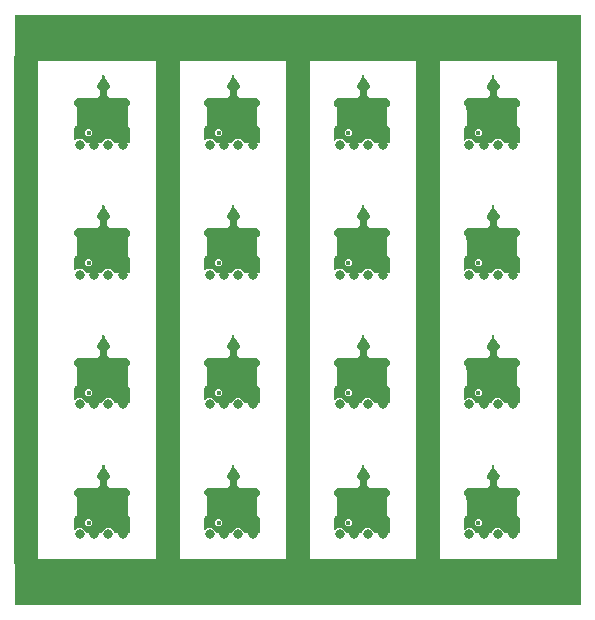
<source format=gbr>
G04 EAGLE Gerber RS-274X export*
G75*
%MOMM*%
%FSLAX34Y34*%
%LPD*%
%INCopper Layer 2*%
%IPPOS*%
%AMOC8*
5,1,8,0,0,1.08239X$1,22.5*%
G01*
%ADD10R,48.000000X4.000000*%
%ADD11R,2.000000X43.000000*%
%ADD12C,0.804800*%
%ADD13C,0.403200*%

G36*
X23957Y331002D02*
X23957Y331002D01*
X23962Y331001D01*
X24055Y331022D01*
X24149Y331040D01*
X24153Y331043D01*
X24158Y331044D01*
X24236Y331100D01*
X24314Y331153D01*
X24317Y331157D01*
X24321Y331160D01*
X24372Y331242D01*
X24424Y331321D01*
X24424Y331326D01*
X24427Y331331D01*
X24459Y331508D01*
X24459Y332088D01*
X27412Y335041D01*
X31588Y335041D01*
X34541Y332088D01*
X34541Y331508D01*
X34542Y331503D01*
X34541Y331498D01*
X34562Y331405D01*
X34580Y331311D01*
X34583Y331307D01*
X34584Y331302D01*
X34640Y331224D01*
X34693Y331146D01*
X34697Y331143D01*
X34700Y331139D01*
X34782Y331088D01*
X34861Y331036D01*
X34866Y331036D01*
X34871Y331033D01*
X35048Y331001D01*
X47492Y331001D01*
X47497Y331002D01*
X47502Y331001D01*
X47595Y331022D01*
X47689Y331040D01*
X47693Y331043D01*
X47698Y331044D01*
X47776Y331100D01*
X47854Y331153D01*
X47857Y331157D01*
X47861Y331160D01*
X47912Y331242D01*
X47964Y331321D01*
X47964Y331326D01*
X47967Y331331D01*
X47999Y331508D01*
X47999Y342804D01*
X48250Y343238D01*
X48262Y343274D01*
X48282Y343305D01*
X48294Y343368D01*
X48314Y343428D01*
X48311Y343466D01*
X48318Y343502D01*
X48304Y343565D01*
X48299Y343628D01*
X48282Y343662D01*
X48274Y343698D01*
X48237Y343750D01*
X48208Y343807D01*
X48180Y343831D01*
X48158Y343861D01*
X48104Y343895D01*
X48102Y343897D01*
X45999Y346000D01*
X45999Y362000D01*
X48073Y364074D01*
X48120Y364117D01*
X48173Y364153D01*
X48193Y364184D01*
X48221Y364210D01*
X48248Y364268D01*
X48282Y364321D01*
X48289Y364358D01*
X48305Y364392D01*
X48307Y364455D01*
X48318Y364518D01*
X48310Y364555D01*
X48311Y364592D01*
X48286Y364662D01*
X48274Y364714D01*
X48260Y364734D01*
X48250Y364762D01*
X47999Y365196D01*
X47999Y366575D01*
X47998Y366583D01*
X47999Y366591D01*
X47978Y366681D01*
X47960Y366772D01*
X47955Y366778D01*
X47953Y366786D01*
X47851Y366934D01*
X45734Y369051D01*
X45727Y369055D01*
X45723Y369061D01*
X45644Y369110D01*
X45567Y369162D01*
X45559Y369163D01*
X45553Y369167D01*
X45375Y369199D01*
X31062Y369199D01*
X29437Y370137D01*
X28499Y371762D01*
X28499Y375638D01*
X29437Y377263D01*
X30746Y378018D01*
X30801Y378067D01*
X30861Y378110D01*
X30876Y378133D01*
X30896Y378151D01*
X30928Y378217D01*
X30967Y378280D01*
X30972Y378309D01*
X30983Y378331D01*
X30986Y378385D01*
X30999Y378457D01*
X30999Y379282D01*
X30990Y379328D01*
X30991Y379375D01*
X30969Y379432D01*
X30960Y379479D01*
X30941Y379506D01*
X30927Y379543D01*
X27488Y385275D01*
X27453Y385314D01*
X27411Y385373D01*
X27044Y385739D01*
X26501Y387042D01*
X26501Y387125D01*
X26499Y387131D01*
X26499Y387142D01*
X26500Y387146D01*
X26499Y387149D01*
X26499Y387748D01*
X26499Y387749D01*
X26498Y388243D01*
X26497Y388248D01*
X26498Y388252D01*
X26477Y388347D01*
X26458Y388439D01*
X26456Y388443D01*
X26455Y388448D01*
X26399Y388527D01*
X26345Y388605D01*
X26341Y388608D01*
X26339Y388611D01*
X26257Y388662D01*
X26177Y388714D01*
X26172Y388715D01*
X26168Y388717D01*
X25991Y388749D01*
X25009Y388749D01*
X25004Y388748D01*
X25000Y388749D01*
X24907Y388729D01*
X24813Y388710D01*
X24809Y388707D01*
X24804Y388706D01*
X24726Y388651D01*
X24647Y388597D01*
X24644Y388593D01*
X24640Y388590D01*
X24589Y388508D01*
X24537Y388429D01*
X24537Y388424D01*
X24534Y388420D01*
X24502Y388243D01*
X24501Y387748D01*
X24501Y387747D01*
X24501Y387131D01*
X24500Y387130D01*
X24499Y387125D01*
X24499Y387042D01*
X23956Y385739D01*
X23589Y385373D01*
X23559Y385329D01*
X23512Y385275D01*
X20073Y379543D01*
X20057Y379499D01*
X20033Y379460D01*
X20022Y379399D01*
X20006Y379354D01*
X20008Y379321D01*
X20001Y379282D01*
X20001Y378457D01*
X20015Y378385D01*
X20022Y378311D01*
X20035Y378287D01*
X20040Y378261D01*
X20082Y378200D01*
X20117Y378134D01*
X20139Y378116D01*
X20153Y378095D01*
X20198Y378066D01*
X20254Y378018D01*
X21563Y377263D01*
X22501Y375638D01*
X22501Y371762D01*
X21563Y370137D01*
X19938Y369199D01*
X3625Y369199D01*
X3617Y369198D01*
X3609Y369199D01*
X3519Y369178D01*
X3428Y369160D01*
X3422Y369155D01*
X3414Y369153D01*
X3266Y369051D01*
X1149Y366934D01*
X1145Y366928D01*
X1139Y366923D01*
X1090Y366844D01*
X1038Y366767D01*
X1037Y366759D01*
X1033Y366753D01*
X1001Y366575D01*
X1001Y365196D01*
X750Y364762D01*
X738Y364726D01*
X718Y364695D01*
X706Y364632D01*
X686Y364572D01*
X689Y364534D01*
X682Y364498D01*
X696Y364435D01*
X701Y364372D01*
X718Y364339D01*
X726Y364302D01*
X763Y364250D01*
X792Y364193D01*
X820Y364169D01*
X842Y364139D01*
X896Y364105D01*
X898Y364103D01*
X3001Y362000D01*
X3001Y346000D01*
X927Y343926D01*
X880Y343883D01*
X827Y343847D01*
X807Y343816D01*
X779Y343790D01*
X752Y343732D01*
X718Y343679D01*
X711Y343642D01*
X695Y343608D01*
X693Y343545D01*
X682Y343482D01*
X690Y343445D01*
X689Y343408D01*
X714Y343338D01*
X726Y343286D01*
X740Y343266D01*
X750Y343238D01*
X1001Y342804D01*
X1001Y333854D01*
X1001Y333851D01*
X1001Y333849D01*
X1021Y333754D01*
X1040Y333657D01*
X1042Y333655D01*
X1042Y333653D01*
X1098Y333572D01*
X1153Y333492D01*
X1155Y333490D01*
X1157Y333488D01*
X1240Y333435D01*
X1321Y333382D01*
X1324Y333382D01*
X1326Y333381D01*
X1422Y333364D01*
X1518Y333347D01*
X1521Y333347D01*
X1523Y333347D01*
X1618Y333369D01*
X1714Y333390D01*
X1716Y333392D01*
X1719Y333393D01*
X1867Y333495D01*
X3412Y335041D01*
X7588Y335041D01*
X10541Y332088D01*
X10541Y331508D01*
X10542Y331503D01*
X10541Y331498D01*
X10562Y331405D01*
X10580Y331311D01*
X10583Y331307D01*
X10584Y331302D01*
X10640Y331224D01*
X10693Y331146D01*
X10697Y331143D01*
X10700Y331139D01*
X10782Y331088D01*
X10861Y331036D01*
X10866Y331036D01*
X10871Y331033D01*
X11048Y331001D01*
X23952Y331001D01*
X23957Y331002D01*
G37*
G36*
X243957Y331002D02*
X243957Y331002D01*
X243962Y331001D01*
X244055Y331022D01*
X244149Y331040D01*
X244153Y331043D01*
X244158Y331044D01*
X244236Y331100D01*
X244314Y331153D01*
X244317Y331157D01*
X244321Y331160D01*
X244372Y331242D01*
X244424Y331321D01*
X244424Y331326D01*
X244427Y331331D01*
X244459Y331508D01*
X244459Y332088D01*
X247412Y335041D01*
X251588Y335041D01*
X254541Y332088D01*
X254541Y331508D01*
X254542Y331503D01*
X254541Y331498D01*
X254562Y331405D01*
X254580Y331311D01*
X254583Y331307D01*
X254584Y331302D01*
X254640Y331224D01*
X254693Y331146D01*
X254697Y331143D01*
X254700Y331139D01*
X254782Y331088D01*
X254861Y331036D01*
X254866Y331036D01*
X254871Y331033D01*
X255048Y331001D01*
X267492Y331001D01*
X267497Y331002D01*
X267502Y331001D01*
X267595Y331022D01*
X267689Y331040D01*
X267693Y331043D01*
X267698Y331044D01*
X267776Y331100D01*
X267854Y331153D01*
X267857Y331157D01*
X267861Y331160D01*
X267912Y331242D01*
X267964Y331321D01*
X267964Y331326D01*
X267967Y331331D01*
X267999Y331508D01*
X267999Y342804D01*
X268250Y343238D01*
X268262Y343274D01*
X268282Y343305D01*
X268294Y343368D01*
X268314Y343428D01*
X268311Y343466D01*
X268318Y343502D01*
X268304Y343565D01*
X268299Y343628D01*
X268282Y343662D01*
X268274Y343698D01*
X268237Y343750D01*
X268208Y343807D01*
X268180Y343831D01*
X268158Y343861D01*
X268104Y343895D01*
X268102Y343897D01*
X265999Y346000D01*
X265999Y362000D01*
X266148Y362149D01*
X267851Y363852D01*
X268073Y364074D01*
X268120Y364117D01*
X268173Y364153D01*
X268193Y364184D01*
X268221Y364210D01*
X268248Y364268D01*
X268282Y364321D01*
X268289Y364358D01*
X268305Y364392D01*
X268307Y364455D01*
X268318Y364518D01*
X268310Y364555D01*
X268311Y364592D01*
X268286Y364662D01*
X268274Y364714D01*
X268260Y364734D01*
X268250Y364762D01*
X267999Y365196D01*
X267999Y366575D01*
X267998Y366583D01*
X267999Y366591D01*
X267978Y366681D01*
X267960Y366772D01*
X267955Y366778D01*
X267953Y366786D01*
X267851Y366934D01*
X265734Y369051D01*
X265727Y369055D01*
X265723Y369061D01*
X265644Y369110D01*
X265567Y369162D01*
X265559Y369163D01*
X265553Y369167D01*
X265375Y369199D01*
X251062Y369199D01*
X249437Y370137D01*
X248499Y371762D01*
X248499Y375638D01*
X249437Y377263D01*
X250746Y378018D01*
X250801Y378067D01*
X250861Y378110D01*
X250876Y378133D01*
X250896Y378151D01*
X250928Y378217D01*
X250967Y378280D01*
X250972Y378309D01*
X250983Y378331D01*
X250986Y378385D01*
X250999Y378457D01*
X250999Y379282D01*
X250990Y379328D01*
X250991Y379375D01*
X250969Y379432D01*
X250960Y379479D01*
X250941Y379506D01*
X250927Y379543D01*
X247488Y385275D01*
X247453Y385314D01*
X247411Y385373D01*
X247044Y385739D01*
X246501Y387042D01*
X246501Y387125D01*
X246499Y387131D01*
X246499Y387142D01*
X246500Y387146D01*
X246499Y387149D01*
X246499Y387747D01*
X246499Y387748D01*
X246498Y388243D01*
X246497Y388248D01*
X246498Y388252D01*
X246477Y388347D01*
X246458Y388439D01*
X246456Y388443D01*
X246455Y388448D01*
X246399Y388527D01*
X246345Y388605D01*
X246341Y388608D01*
X246339Y388611D01*
X246257Y388662D01*
X246177Y388714D01*
X246172Y388715D01*
X246168Y388717D01*
X245991Y388749D01*
X245009Y388749D01*
X245004Y388748D01*
X245000Y388749D01*
X244907Y388729D01*
X244813Y388710D01*
X244809Y388707D01*
X244804Y388706D01*
X244726Y388651D01*
X244647Y388597D01*
X244644Y388593D01*
X244640Y388590D01*
X244589Y388508D01*
X244537Y388429D01*
X244537Y388424D01*
X244534Y388420D01*
X244502Y388243D01*
X244501Y387748D01*
X244501Y387747D01*
X244501Y387131D01*
X244500Y387130D01*
X244499Y387125D01*
X244499Y387042D01*
X243956Y385739D01*
X243589Y385373D01*
X243559Y385329D01*
X243512Y385275D01*
X240073Y379543D01*
X240057Y379499D01*
X240033Y379460D01*
X240022Y379399D01*
X240006Y379354D01*
X240008Y379321D01*
X240001Y379282D01*
X240001Y378457D01*
X240015Y378385D01*
X240022Y378311D01*
X240035Y378287D01*
X240040Y378261D01*
X240082Y378200D01*
X240117Y378134D01*
X240139Y378116D01*
X240153Y378095D01*
X240198Y378066D01*
X240254Y378018D01*
X241563Y377263D01*
X242501Y375638D01*
X242501Y371762D01*
X241563Y370137D01*
X239938Y369199D01*
X223625Y369199D01*
X223617Y369198D01*
X223609Y369199D01*
X223519Y369178D01*
X223428Y369160D01*
X223422Y369155D01*
X223414Y369153D01*
X223266Y369051D01*
X221149Y366934D01*
X221145Y366928D01*
X221139Y366923D01*
X221090Y366844D01*
X221038Y366767D01*
X221037Y366759D01*
X221033Y366753D01*
X221001Y366575D01*
X221001Y365196D01*
X220750Y364762D01*
X220738Y364726D01*
X220718Y364695D01*
X220706Y364632D01*
X220686Y364572D01*
X220689Y364534D01*
X220682Y364498D01*
X220696Y364435D01*
X220701Y364372D01*
X220718Y364338D01*
X220726Y364302D01*
X220763Y364250D01*
X220792Y364193D01*
X220820Y364169D01*
X220842Y364139D01*
X220896Y364105D01*
X220898Y364103D01*
X221149Y363852D01*
X222852Y362149D01*
X223001Y362000D01*
X223001Y346000D01*
X220927Y343926D01*
X220880Y343883D01*
X220827Y343847D01*
X220807Y343816D01*
X220779Y343790D01*
X220752Y343732D01*
X220718Y343679D01*
X220711Y343642D01*
X220695Y343608D01*
X220693Y343545D01*
X220682Y343482D01*
X220690Y343445D01*
X220689Y343408D01*
X220714Y343338D01*
X220726Y343286D01*
X220740Y343266D01*
X220750Y343238D01*
X221001Y342804D01*
X221001Y333854D01*
X221001Y333851D01*
X221001Y333849D01*
X221021Y333754D01*
X221040Y333657D01*
X221042Y333655D01*
X221042Y333653D01*
X221098Y333572D01*
X221153Y333492D01*
X221155Y333490D01*
X221157Y333488D01*
X221240Y333435D01*
X221321Y333382D01*
X221324Y333382D01*
X221326Y333381D01*
X221422Y333364D01*
X221518Y333347D01*
X221521Y333347D01*
X221523Y333347D01*
X221618Y333369D01*
X221714Y333390D01*
X221716Y333392D01*
X221719Y333393D01*
X221867Y333495D01*
X223412Y335041D01*
X227588Y335041D01*
X230541Y332088D01*
X230541Y331508D01*
X230542Y331503D01*
X230541Y331498D01*
X230562Y331405D01*
X230580Y331311D01*
X230583Y331307D01*
X230584Y331302D01*
X230640Y331224D01*
X230693Y331146D01*
X230697Y331143D01*
X230700Y331139D01*
X230782Y331088D01*
X230861Y331036D01*
X230866Y331036D01*
X230871Y331033D01*
X231048Y331001D01*
X243952Y331001D01*
X243957Y331002D01*
G37*
G36*
X133957Y1002D02*
X133957Y1002D01*
X133962Y1001D01*
X134055Y1022D01*
X134149Y1040D01*
X134153Y1043D01*
X134158Y1044D01*
X134236Y1100D01*
X134314Y1153D01*
X134317Y1157D01*
X134321Y1160D01*
X134372Y1242D01*
X134424Y1321D01*
X134424Y1326D01*
X134427Y1331D01*
X134459Y1508D01*
X134459Y2088D01*
X137412Y5041D01*
X141588Y5041D01*
X144541Y2088D01*
X144541Y1508D01*
X144542Y1503D01*
X144541Y1498D01*
X144562Y1405D01*
X144580Y1311D01*
X144583Y1307D01*
X144584Y1302D01*
X144640Y1224D01*
X144693Y1146D01*
X144697Y1143D01*
X144700Y1139D01*
X144782Y1088D01*
X144861Y1036D01*
X144866Y1036D01*
X144871Y1033D01*
X145048Y1001D01*
X157492Y1001D01*
X157497Y1002D01*
X157502Y1001D01*
X157595Y1022D01*
X157689Y1040D01*
X157693Y1043D01*
X157698Y1044D01*
X157776Y1100D01*
X157854Y1153D01*
X157857Y1157D01*
X157861Y1160D01*
X157912Y1242D01*
X157964Y1321D01*
X157964Y1326D01*
X157967Y1331D01*
X157999Y1508D01*
X157999Y12804D01*
X158250Y13238D01*
X158262Y13274D01*
X158282Y13305D01*
X158294Y13368D01*
X158314Y13428D01*
X158311Y13466D01*
X158318Y13502D01*
X158304Y13565D01*
X158299Y13628D01*
X158282Y13662D01*
X158274Y13698D01*
X158237Y13750D01*
X158208Y13807D01*
X158180Y13831D01*
X158158Y13861D01*
X158104Y13895D01*
X158102Y13897D01*
X155999Y16000D01*
X155999Y32000D01*
X158073Y34074D01*
X158120Y34117D01*
X158173Y34153D01*
X158193Y34184D01*
X158221Y34210D01*
X158248Y34268D01*
X158282Y34321D01*
X158289Y34358D01*
X158305Y34392D01*
X158307Y34455D01*
X158318Y34518D01*
X158310Y34555D01*
X158311Y34592D01*
X158286Y34662D01*
X158274Y34714D01*
X158260Y34734D01*
X158250Y34762D01*
X157999Y35196D01*
X157999Y36575D01*
X157998Y36583D01*
X157999Y36591D01*
X157978Y36681D01*
X157960Y36772D01*
X157955Y36778D01*
X157953Y36786D01*
X157851Y36934D01*
X155734Y39051D01*
X155727Y39055D01*
X155723Y39061D01*
X155644Y39110D01*
X155567Y39162D01*
X155559Y39163D01*
X155553Y39167D01*
X155375Y39199D01*
X141062Y39199D01*
X139437Y40137D01*
X138499Y41762D01*
X138499Y45638D01*
X139437Y47263D01*
X140746Y48018D01*
X140801Y48067D01*
X140861Y48110D01*
X140876Y48133D01*
X140896Y48151D01*
X140928Y48217D01*
X140967Y48280D01*
X140972Y48309D01*
X140983Y48331D01*
X140986Y48385D01*
X140999Y48457D01*
X140999Y49282D01*
X140990Y49328D01*
X140991Y49375D01*
X140969Y49432D01*
X140960Y49479D01*
X140941Y49506D01*
X140927Y49543D01*
X137488Y55275D01*
X137453Y55314D01*
X137411Y55373D01*
X137044Y55739D01*
X136501Y57042D01*
X136501Y57125D01*
X136499Y57131D01*
X136499Y57142D01*
X136500Y57146D01*
X136499Y57149D01*
X136499Y57748D01*
X136499Y57749D01*
X136498Y58243D01*
X136497Y58248D01*
X136498Y58252D01*
X136477Y58347D01*
X136458Y58439D01*
X136456Y58443D01*
X136455Y58448D01*
X136399Y58527D01*
X136345Y58605D01*
X136341Y58608D01*
X136339Y58611D01*
X136257Y58662D01*
X136177Y58714D01*
X136172Y58715D01*
X136168Y58717D01*
X135991Y58749D01*
X135009Y58749D01*
X135004Y58748D01*
X135000Y58749D01*
X134907Y58729D01*
X134813Y58710D01*
X134809Y58707D01*
X134804Y58706D01*
X134726Y58651D01*
X134647Y58597D01*
X134644Y58593D01*
X134640Y58590D01*
X134589Y58508D01*
X134537Y58429D01*
X134537Y58424D01*
X134534Y58420D01*
X134502Y58243D01*
X134501Y57748D01*
X134501Y57747D01*
X134501Y57131D01*
X134500Y57130D01*
X134499Y57125D01*
X134499Y57042D01*
X133956Y55739D01*
X133589Y55373D01*
X133559Y55329D01*
X133512Y55275D01*
X130073Y49543D01*
X130057Y49499D01*
X130033Y49460D01*
X130022Y49399D01*
X130006Y49354D01*
X130008Y49321D01*
X130001Y49282D01*
X130001Y48457D01*
X130015Y48385D01*
X130022Y48311D01*
X130035Y48287D01*
X130040Y48261D01*
X130082Y48200D01*
X130117Y48134D01*
X130139Y48116D01*
X130153Y48095D01*
X130198Y48066D01*
X130254Y48018D01*
X131563Y47263D01*
X132501Y45638D01*
X132501Y41762D01*
X131563Y40137D01*
X129938Y39199D01*
X113625Y39199D01*
X113617Y39198D01*
X113609Y39199D01*
X113519Y39178D01*
X113428Y39160D01*
X113422Y39155D01*
X113414Y39153D01*
X113266Y39051D01*
X111149Y36934D01*
X111145Y36928D01*
X111139Y36923D01*
X111090Y36844D01*
X111038Y36767D01*
X111037Y36759D01*
X111033Y36753D01*
X111001Y36575D01*
X111001Y35196D01*
X110750Y34762D01*
X110738Y34726D01*
X110718Y34695D01*
X110706Y34632D01*
X110686Y34572D01*
X110689Y34534D01*
X110682Y34498D01*
X110696Y34435D01*
X110701Y34372D01*
X110718Y34338D01*
X110726Y34302D01*
X110763Y34250D01*
X110792Y34193D01*
X110820Y34169D01*
X110842Y34139D01*
X110896Y34105D01*
X110898Y34103D01*
X111149Y33852D01*
X112852Y32149D01*
X113001Y32000D01*
X113001Y16000D01*
X110927Y13926D01*
X110880Y13883D01*
X110827Y13847D01*
X110807Y13816D01*
X110779Y13790D01*
X110752Y13732D01*
X110718Y13679D01*
X110711Y13642D01*
X110695Y13608D01*
X110693Y13545D01*
X110682Y13482D01*
X110690Y13445D01*
X110689Y13408D01*
X110714Y13338D01*
X110726Y13286D01*
X110740Y13266D01*
X110750Y13238D01*
X111001Y12804D01*
X111001Y3854D01*
X111001Y3851D01*
X111001Y3849D01*
X111021Y3754D01*
X111040Y3657D01*
X111042Y3655D01*
X111042Y3653D01*
X111098Y3572D01*
X111153Y3492D01*
X111155Y3490D01*
X111157Y3488D01*
X111240Y3435D01*
X111321Y3382D01*
X111324Y3382D01*
X111326Y3381D01*
X111422Y3364D01*
X111518Y3347D01*
X111521Y3347D01*
X111523Y3347D01*
X111618Y3369D01*
X111714Y3390D01*
X111716Y3392D01*
X111719Y3393D01*
X111867Y3495D01*
X113412Y5041D01*
X117588Y5041D01*
X120541Y2088D01*
X120541Y1508D01*
X120542Y1503D01*
X120541Y1498D01*
X120562Y1405D01*
X120580Y1311D01*
X120583Y1307D01*
X120584Y1302D01*
X120640Y1224D01*
X120693Y1146D01*
X120697Y1143D01*
X120700Y1139D01*
X120782Y1088D01*
X120861Y1036D01*
X120866Y1036D01*
X120871Y1033D01*
X121048Y1001D01*
X133952Y1001D01*
X133957Y1002D01*
G37*
G36*
X23957Y1002D02*
X23957Y1002D01*
X23962Y1001D01*
X24055Y1022D01*
X24149Y1040D01*
X24153Y1043D01*
X24158Y1044D01*
X24236Y1100D01*
X24314Y1153D01*
X24317Y1157D01*
X24321Y1160D01*
X24372Y1242D01*
X24424Y1321D01*
X24424Y1326D01*
X24427Y1331D01*
X24459Y1508D01*
X24459Y2088D01*
X27412Y5041D01*
X31588Y5041D01*
X34541Y2088D01*
X34541Y1508D01*
X34542Y1503D01*
X34541Y1498D01*
X34562Y1405D01*
X34580Y1311D01*
X34583Y1307D01*
X34584Y1302D01*
X34640Y1224D01*
X34693Y1146D01*
X34697Y1143D01*
X34700Y1139D01*
X34782Y1088D01*
X34861Y1036D01*
X34866Y1036D01*
X34871Y1033D01*
X35048Y1001D01*
X47492Y1001D01*
X47497Y1002D01*
X47502Y1001D01*
X47595Y1022D01*
X47689Y1040D01*
X47693Y1043D01*
X47698Y1044D01*
X47776Y1100D01*
X47854Y1153D01*
X47857Y1157D01*
X47861Y1160D01*
X47912Y1242D01*
X47964Y1321D01*
X47964Y1326D01*
X47967Y1331D01*
X47999Y1508D01*
X47999Y12804D01*
X48250Y13238D01*
X48262Y13274D01*
X48282Y13305D01*
X48294Y13368D01*
X48314Y13428D01*
X48311Y13466D01*
X48318Y13502D01*
X48304Y13565D01*
X48299Y13628D01*
X48282Y13662D01*
X48274Y13698D01*
X48237Y13750D01*
X48208Y13807D01*
X48180Y13831D01*
X48158Y13861D01*
X48104Y13895D01*
X48102Y13897D01*
X45999Y16000D01*
X45999Y32000D01*
X48073Y34074D01*
X48120Y34117D01*
X48173Y34153D01*
X48193Y34184D01*
X48221Y34210D01*
X48248Y34268D01*
X48282Y34321D01*
X48289Y34358D01*
X48305Y34392D01*
X48307Y34455D01*
X48318Y34518D01*
X48310Y34555D01*
X48311Y34592D01*
X48286Y34662D01*
X48274Y34714D01*
X48260Y34734D01*
X48250Y34762D01*
X47999Y35196D01*
X47999Y36575D01*
X47998Y36583D01*
X47999Y36591D01*
X47978Y36681D01*
X47960Y36772D01*
X47955Y36778D01*
X47953Y36786D01*
X47851Y36934D01*
X45734Y39051D01*
X45728Y39055D01*
X45723Y39061D01*
X45644Y39110D01*
X45567Y39162D01*
X45559Y39163D01*
X45553Y39167D01*
X45375Y39199D01*
X31062Y39199D01*
X29437Y40137D01*
X28499Y41762D01*
X28499Y45638D01*
X29437Y47263D01*
X30746Y48018D01*
X30801Y48067D01*
X30861Y48110D01*
X30876Y48133D01*
X30896Y48151D01*
X30928Y48217D01*
X30967Y48280D01*
X30972Y48309D01*
X30983Y48331D01*
X30986Y48385D01*
X30999Y48457D01*
X30999Y49282D01*
X30990Y49328D01*
X30991Y49375D01*
X30969Y49432D01*
X30960Y49479D01*
X30941Y49506D01*
X30927Y49543D01*
X27488Y55275D01*
X27453Y55314D01*
X27411Y55373D01*
X27044Y55739D01*
X26501Y57042D01*
X26501Y57125D01*
X26499Y57131D01*
X26499Y57142D01*
X26500Y57146D01*
X26499Y57149D01*
X26499Y57748D01*
X26499Y57749D01*
X26498Y58243D01*
X26497Y58248D01*
X26498Y58252D01*
X26477Y58347D01*
X26458Y58439D01*
X26456Y58443D01*
X26455Y58448D01*
X26399Y58527D01*
X26345Y58605D01*
X26341Y58608D01*
X26339Y58611D01*
X26257Y58662D01*
X26177Y58714D01*
X26172Y58715D01*
X26168Y58717D01*
X25991Y58749D01*
X25009Y58749D01*
X25004Y58748D01*
X25000Y58749D01*
X24907Y58729D01*
X24813Y58710D01*
X24809Y58707D01*
X24804Y58706D01*
X24726Y58651D01*
X24647Y58597D01*
X24644Y58593D01*
X24640Y58590D01*
X24589Y58508D01*
X24537Y58429D01*
X24537Y58424D01*
X24534Y58420D01*
X24502Y58243D01*
X24501Y57748D01*
X24501Y57747D01*
X24501Y57131D01*
X24500Y57130D01*
X24499Y57125D01*
X24499Y57042D01*
X23956Y55739D01*
X23589Y55373D01*
X23559Y55329D01*
X23512Y55275D01*
X20073Y49543D01*
X20057Y49499D01*
X20033Y49460D01*
X20022Y49399D01*
X20006Y49354D01*
X20008Y49321D01*
X20001Y49282D01*
X20001Y48457D01*
X20015Y48385D01*
X20022Y48311D01*
X20035Y48287D01*
X20040Y48261D01*
X20082Y48200D01*
X20117Y48134D01*
X20139Y48116D01*
X20153Y48095D01*
X20198Y48066D01*
X20254Y48018D01*
X21563Y47263D01*
X22501Y45638D01*
X22501Y41762D01*
X21563Y40137D01*
X19938Y39199D01*
X3625Y39199D01*
X3617Y39198D01*
X3609Y39199D01*
X3519Y39178D01*
X3428Y39160D01*
X3422Y39155D01*
X3414Y39153D01*
X3266Y39051D01*
X1149Y36934D01*
X1145Y36928D01*
X1139Y36923D01*
X1090Y36844D01*
X1038Y36767D01*
X1037Y36759D01*
X1033Y36753D01*
X1001Y36575D01*
X1001Y35196D01*
X750Y34762D01*
X738Y34726D01*
X718Y34695D01*
X706Y34632D01*
X686Y34572D01*
X689Y34534D01*
X682Y34498D01*
X696Y34435D01*
X701Y34372D01*
X718Y34338D01*
X726Y34302D01*
X763Y34250D01*
X792Y34193D01*
X820Y34169D01*
X842Y34139D01*
X896Y34105D01*
X898Y34103D01*
X3001Y32000D01*
X3001Y16000D01*
X927Y13926D01*
X880Y13883D01*
X827Y13847D01*
X807Y13816D01*
X779Y13790D01*
X752Y13732D01*
X718Y13679D01*
X711Y13642D01*
X695Y13608D01*
X693Y13545D01*
X682Y13482D01*
X690Y13445D01*
X689Y13408D01*
X714Y13338D01*
X726Y13286D01*
X740Y13266D01*
X750Y13238D01*
X1001Y12804D01*
X1001Y3854D01*
X1001Y3851D01*
X1001Y3849D01*
X1021Y3754D01*
X1040Y3657D01*
X1042Y3655D01*
X1042Y3653D01*
X1098Y3572D01*
X1153Y3492D01*
X1155Y3490D01*
X1157Y3488D01*
X1240Y3435D01*
X1321Y3382D01*
X1324Y3382D01*
X1326Y3381D01*
X1422Y3364D01*
X1518Y3347D01*
X1521Y3347D01*
X1523Y3347D01*
X1618Y3369D01*
X1714Y3390D01*
X1716Y3392D01*
X1719Y3393D01*
X1867Y3495D01*
X3412Y5041D01*
X7588Y5041D01*
X10541Y2088D01*
X10541Y1508D01*
X10542Y1503D01*
X10541Y1498D01*
X10562Y1405D01*
X10580Y1311D01*
X10583Y1307D01*
X10584Y1302D01*
X10640Y1224D01*
X10693Y1146D01*
X10697Y1143D01*
X10700Y1139D01*
X10782Y1088D01*
X10861Y1036D01*
X10866Y1036D01*
X10871Y1033D01*
X11048Y1001D01*
X23952Y1001D01*
X23957Y1002D01*
G37*
G36*
X133957Y221002D02*
X133957Y221002D01*
X133962Y221001D01*
X134055Y221022D01*
X134149Y221040D01*
X134153Y221043D01*
X134158Y221044D01*
X134236Y221100D01*
X134314Y221153D01*
X134317Y221157D01*
X134321Y221160D01*
X134372Y221242D01*
X134424Y221321D01*
X134424Y221326D01*
X134427Y221331D01*
X134459Y221508D01*
X134459Y222088D01*
X137412Y225041D01*
X141588Y225041D01*
X144541Y222088D01*
X144541Y221508D01*
X144542Y221503D01*
X144541Y221498D01*
X144562Y221405D01*
X144580Y221311D01*
X144583Y221307D01*
X144584Y221302D01*
X144640Y221224D01*
X144693Y221146D01*
X144697Y221143D01*
X144700Y221139D01*
X144782Y221088D01*
X144861Y221036D01*
X144866Y221036D01*
X144871Y221033D01*
X145048Y221001D01*
X157492Y221001D01*
X157497Y221002D01*
X157502Y221001D01*
X157595Y221022D01*
X157689Y221040D01*
X157693Y221043D01*
X157698Y221044D01*
X157776Y221100D01*
X157854Y221153D01*
X157857Y221157D01*
X157861Y221160D01*
X157912Y221242D01*
X157964Y221321D01*
X157964Y221326D01*
X157967Y221331D01*
X157999Y221508D01*
X157999Y232804D01*
X158250Y233238D01*
X158262Y233274D01*
X158282Y233305D01*
X158294Y233368D01*
X158314Y233428D01*
X158311Y233466D01*
X158318Y233502D01*
X158304Y233565D01*
X158299Y233628D01*
X158282Y233662D01*
X158274Y233698D01*
X158237Y233750D01*
X158208Y233807D01*
X158180Y233831D01*
X158158Y233861D01*
X158104Y233895D01*
X158102Y233897D01*
X155999Y236000D01*
X155999Y252000D01*
X156148Y252149D01*
X157851Y253852D01*
X158073Y254074D01*
X158120Y254117D01*
X158173Y254153D01*
X158193Y254184D01*
X158221Y254210D01*
X158248Y254268D01*
X158282Y254321D01*
X158289Y254358D01*
X158305Y254392D01*
X158307Y254455D01*
X158318Y254518D01*
X158310Y254555D01*
X158311Y254592D01*
X158286Y254662D01*
X158274Y254714D01*
X158260Y254734D01*
X158250Y254762D01*
X157999Y255196D01*
X157999Y256575D01*
X157998Y256583D01*
X157999Y256591D01*
X157978Y256681D01*
X157960Y256772D01*
X157955Y256778D01*
X157953Y256786D01*
X157851Y256934D01*
X155734Y259051D01*
X155727Y259055D01*
X155723Y259061D01*
X155644Y259110D01*
X155567Y259162D01*
X155559Y259163D01*
X155553Y259167D01*
X155375Y259199D01*
X141062Y259199D01*
X139437Y260137D01*
X138499Y261762D01*
X138499Y265638D01*
X139437Y267263D01*
X140746Y268018D01*
X140801Y268067D01*
X140861Y268110D01*
X140876Y268133D01*
X140896Y268151D01*
X140928Y268217D01*
X140967Y268280D01*
X140972Y268309D01*
X140983Y268331D01*
X140986Y268385D01*
X140999Y268457D01*
X140999Y269282D01*
X140990Y269328D01*
X140991Y269375D01*
X140969Y269432D01*
X140960Y269479D01*
X140941Y269506D01*
X140927Y269543D01*
X137488Y275275D01*
X137453Y275314D01*
X137411Y275373D01*
X137044Y275739D01*
X136501Y277042D01*
X136501Y277125D01*
X136499Y277131D01*
X136499Y277142D01*
X136500Y277146D01*
X136499Y277149D01*
X136499Y277748D01*
X136499Y277749D01*
X136498Y278243D01*
X136497Y278248D01*
X136498Y278252D01*
X136477Y278347D01*
X136458Y278439D01*
X136456Y278443D01*
X136455Y278448D01*
X136399Y278527D01*
X136345Y278605D01*
X136341Y278608D01*
X136339Y278611D01*
X136257Y278662D01*
X136177Y278714D01*
X136172Y278715D01*
X136168Y278717D01*
X135991Y278749D01*
X135009Y278749D01*
X135004Y278748D01*
X135000Y278749D01*
X134907Y278729D01*
X134813Y278710D01*
X134809Y278707D01*
X134804Y278706D01*
X134726Y278651D01*
X134647Y278597D01*
X134644Y278593D01*
X134640Y278590D01*
X134589Y278508D01*
X134537Y278429D01*
X134537Y278424D01*
X134534Y278420D01*
X134502Y278243D01*
X134501Y277748D01*
X134501Y277747D01*
X134501Y277131D01*
X134500Y277130D01*
X134499Y277125D01*
X134499Y277042D01*
X133956Y275739D01*
X133589Y275373D01*
X133559Y275329D01*
X133512Y275275D01*
X130073Y269543D01*
X130057Y269499D01*
X130033Y269460D01*
X130022Y269399D01*
X130006Y269354D01*
X130008Y269321D01*
X130001Y269282D01*
X130001Y268457D01*
X130015Y268385D01*
X130022Y268311D01*
X130035Y268287D01*
X130040Y268261D01*
X130082Y268200D01*
X130117Y268134D01*
X130139Y268116D01*
X130153Y268095D01*
X130198Y268066D01*
X130254Y268018D01*
X131563Y267263D01*
X132501Y265638D01*
X132501Y261762D01*
X131563Y260137D01*
X129938Y259199D01*
X113625Y259199D01*
X113617Y259198D01*
X113609Y259199D01*
X113519Y259178D01*
X113428Y259160D01*
X113422Y259155D01*
X113414Y259153D01*
X113266Y259051D01*
X111149Y256934D01*
X111145Y256928D01*
X111139Y256923D01*
X111090Y256844D01*
X111038Y256767D01*
X111037Y256759D01*
X111033Y256753D01*
X111001Y256575D01*
X111001Y255196D01*
X110750Y254762D01*
X110738Y254726D01*
X110718Y254695D01*
X110706Y254632D01*
X110686Y254572D01*
X110689Y254534D01*
X110682Y254498D01*
X110696Y254435D01*
X110701Y254372D01*
X110718Y254338D01*
X110726Y254302D01*
X110763Y254250D01*
X110792Y254193D01*
X110820Y254169D01*
X110842Y254139D01*
X110896Y254105D01*
X110898Y254103D01*
X113001Y252000D01*
X113001Y236000D01*
X110927Y233926D01*
X110880Y233883D01*
X110827Y233847D01*
X110807Y233816D01*
X110779Y233790D01*
X110752Y233732D01*
X110718Y233679D01*
X110711Y233642D01*
X110695Y233608D01*
X110693Y233545D01*
X110682Y233482D01*
X110690Y233445D01*
X110689Y233408D01*
X110714Y233338D01*
X110726Y233286D01*
X110740Y233266D01*
X110750Y233238D01*
X111001Y232804D01*
X111001Y223854D01*
X111001Y223851D01*
X111001Y223849D01*
X111021Y223754D01*
X111040Y223657D01*
X111042Y223655D01*
X111042Y223653D01*
X111098Y223572D01*
X111153Y223492D01*
X111155Y223490D01*
X111157Y223488D01*
X111240Y223435D01*
X111321Y223382D01*
X111324Y223382D01*
X111326Y223381D01*
X111422Y223364D01*
X111518Y223347D01*
X111521Y223347D01*
X111523Y223347D01*
X111618Y223369D01*
X111714Y223390D01*
X111716Y223392D01*
X111719Y223393D01*
X111867Y223495D01*
X113412Y225041D01*
X117588Y225041D01*
X120541Y222088D01*
X120541Y221508D01*
X120542Y221503D01*
X120541Y221498D01*
X120562Y221405D01*
X120580Y221311D01*
X120583Y221307D01*
X120584Y221302D01*
X120640Y221224D01*
X120693Y221146D01*
X120697Y221143D01*
X120700Y221139D01*
X120782Y221088D01*
X120861Y221036D01*
X120866Y221036D01*
X120871Y221033D01*
X121048Y221001D01*
X133952Y221001D01*
X133957Y221002D01*
G37*
G36*
X133957Y331002D02*
X133957Y331002D01*
X133962Y331001D01*
X134055Y331022D01*
X134149Y331040D01*
X134153Y331043D01*
X134158Y331044D01*
X134236Y331100D01*
X134314Y331153D01*
X134317Y331157D01*
X134321Y331160D01*
X134372Y331242D01*
X134424Y331321D01*
X134424Y331326D01*
X134427Y331331D01*
X134459Y331508D01*
X134459Y332088D01*
X137412Y335041D01*
X141588Y335041D01*
X144541Y332088D01*
X144541Y331508D01*
X144542Y331503D01*
X144541Y331498D01*
X144562Y331405D01*
X144580Y331311D01*
X144583Y331307D01*
X144584Y331302D01*
X144640Y331224D01*
X144693Y331146D01*
X144697Y331143D01*
X144700Y331139D01*
X144782Y331088D01*
X144861Y331036D01*
X144866Y331036D01*
X144871Y331033D01*
X145048Y331001D01*
X157492Y331001D01*
X157497Y331002D01*
X157502Y331001D01*
X157595Y331022D01*
X157689Y331040D01*
X157693Y331043D01*
X157698Y331044D01*
X157776Y331100D01*
X157854Y331153D01*
X157857Y331157D01*
X157861Y331160D01*
X157912Y331242D01*
X157964Y331321D01*
X157964Y331326D01*
X157967Y331331D01*
X157999Y331508D01*
X157999Y342804D01*
X158250Y343238D01*
X158262Y343274D01*
X158282Y343305D01*
X158294Y343368D01*
X158314Y343428D01*
X158311Y343466D01*
X158318Y343502D01*
X158304Y343565D01*
X158299Y343628D01*
X158282Y343662D01*
X158274Y343698D01*
X158237Y343750D01*
X158208Y343807D01*
X158180Y343831D01*
X158158Y343861D01*
X158104Y343895D01*
X158102Y343897D01*
X155999Y346000D01*
X155999Y362000D01*
X158073Y364074D01*
X158120Y364117D01*
X158173Y364153D01*
X158193Y364184D01*
X158221Y364210D01*
X158248Y364268D01*
X158282Y364321D01*
X158289Y364358D01*
X158305Y364392D01*
X158307Y364455D01*
X158318Y364518D01*
X158310Y364555D01*
X158311Y364592D01*
X158286Y364662D01*
X158274Y364714D01*
X158260Y364734D01*
X158250Y364762D01*
X157999Y365196D01*
X157999Y366575D01*
X157998Y366583D01*
X157999Y366591D01*
X157978Y366681D01*
X157960Y366772D01*
X157955Y366778D01*
X157953Y366786D01*
X157851Y366934D01*
X155734Y369051D01*
X155728Y369055D01*
X155723Y369061D01*
X155644Y369110D01*
X155567Y369162D01*
X155559Y369163D01*
X155553Y369167D01*
X155375Y369199D01*
X141062Y369199D01*
X139437Y370137D01*
X138499Y371762D01*
X138499Y375638D01*
X139437Y377263D01*
X140746Y378018D01*
X140801Y378067D01*
X140861Y378110D01*
X140876Y378133D01*
X140896Y378151D01*
X140928Y378217D01*
X140967Y378280D01*
X140972Y378309D01*
X140983Y378331D01*
X140986Y378385D01*
X140999Y378457D01*
X140999Y379282D01*
X140990Y379328D01*
X140991Y379375D01*
X140969Y379432D01*
X140960Y379479D01*
X140941Y379506D01*
X140927Y379543D01*
X137488Y385275D01*
X137453Y385314D01*
X137411Y385373D01*
X137044Y385739D01*
X136501Y387042D01*
X136501Y387125D01*
X136499Y387131D01*
X136499Y387142D01*
X136500Y387146D01*
X136499Y387149D01*
X136499Y387748D01*
X136499Y387749D01*
X136498Y388243D01*
X136497Y388248D01*
X136498Y388252D01*
X136477Y388347D01*
X136458Y388439D01*
X136456Y388443D01*
X136455Y388448D01*
X136399Y388527D01*
X136345Y388605D01*
X136341Y388608D01*
X136339Y388611D01*
X136257Y388662D01*
X136177Y388714D01*
X136172Y388715D01*
X136168Y388717D01*
X135991Y388749D01*
X135009Y388749D01*
X135004Y388748D01*
X135000Y388749D01*
X134907Y388729D01*
X134813Y388710D01*
X134809Y388707D01*
X134804Y388706D01*
X134726Y388651D01*
X134647Y388597D01*
X134644Y388593D01*
X134640Y388590D01*
X134589Y388508D01*
X134537Y388429D01*
X134537Y388424D01*
X134534Y388420D01*
X134502Y388243D01*
X134501Y387748D01*
X134501Y387747D01*
X134501Y387131D01*
X134500Y387130D01*
X134499Y387125D01*
X134499Y387042D01*
X133956Y385739D01*
X133589Y385373D01*
X133559Y385329D01*
X133512Y385275D01*
X130073Y379543D01*
X130057Y379499D01*
X130033Y379460D01*
X130022Y379399D01*
X130006Y379354D01*
X130008Y379321D01*
X130001Y379282D01*
X130001Y378457D01*
X130015Y378385D01*
X130022Y378311D01*
X130035Y378287D01*
X130040Y378261D01*
X130082Y378200D01*
X130117Y378134D01*
X130139Y378116D01*
X130153Y378095D01*
X130198Y378066D01*
X130254Y378018D01*
X131563Y377263D01*
X132501Y375638D01*
X132501Y371762D01*
X131563Y370137D01*
X129938Y369199D01*
X113625Y369199D01*
X113617Y369198D01*
X113609Y369199D01*
X113519Y369178D01*
X113428Y369160D01*
X113422Y369155D01*
X113414Y369153D01*
X113266Y369051D01*
X111149Y366934D01*
X111145Y366927D01*
X111139Y366923D01*
X111090Y366844D01*
X111038Y366767D01*
X111037Y366759D01*
X111033Y366753D01*
X111001Y366575D01*
X111001Y365196D01*
X110750Y364762D01*
X110738Y364726D01*
X110718Y364695D01*
X110706Y364632D01*
X110686Y364572D01*
X110689Y364534D01*
X110682Y364498D01*
X110696Y364435D01*
X110701Y364372D01*
X110718Y364338D01*
X110726Y364302D01*
X110763Y364250D01*
X110792Y364193D01*
X110820Y364169D01*
X110842Y364139D01*
X110896Y364105D01*
X110898Y364103D01*
X111149Y363852D01*
X112852Y362149D01*
X113001Y362000D01*
X113001Y346000D01*
X110927Y343926D01*
X110880Y343883D01*
X110827Y343847D01*
X110807Y343816D01*
X110779Y343790D01*
X110752Y343732D01*
X110718Y343679D01*
X110711Y343642D01*
X110695Y343608D01*
X110693Y343545D01*
X110682Y343482D01*
X110690Y343445D01*
X110689Y343408D01*
X110714Y343338D01*
X110726Y343286D01*
X110740Y343266D01*
X110750Y343238D01*
X111001Y342804D01*
X111001Y333854D01*
X111001Y333851D01*
X111001Y333849D01*
X111021Y333754D01*
X111040Y333657D01*
X111042Y333655D01*
X111042Y333653D01*
X111098Y333572D01*
X111153Y333492D01*
X111155Y333490D01*
X111157Y333488D01*
X111240Y333435D01*
X111321Y333382D01*
X111324Y333382D01*
X111326Y333381D01*
X111422Y333364D01*
X111518Y333347D01*
X111521Y333347D01*
X111523Y333347D01*
X111618Y333369D01*
X111714Y333390D01*
X111716Y333392D01*
X111719Y333393D01*
X111867Y333495D01*
X113412Y335041D01*
X117588Y335041D01*
X120541Y332088D01*
X120541Y331508D01*
X120542Y331503D01*
X120541Y331498D01*
X120562Y331405D01*
X120580Y331311D01*
X120583Y331307D01*
X120584Y331302D01*
X120640Y331224D01*
X120693Y331146D01*
X120697Y331143D01*
X120700Y331139D01*
X120782Y331088D01*
X120861Y331036D01*
X120866Y331036D01*
X120871Y331033D01*
X121048Y331001D01*
X133952Y331001D01*
X133957Y331002D01*
G37*
G36*
X133957Y111002D02*
X133957Y111002D01*
X133962Y111001D01*
X134055Y111022D01*
X134149Y111040D01*
X134153Y111043D01*
X134158Y111044D01*
X134236Y111100D01*
X134314Y111153D01*
X134317Y111157D01*
X134321Y111160D01*
X134372Y111242D01*
X134424Y111321D01*
X134424Y111326D01*
X134427Y111331D01*
X134459Y111508D01*
X134459Y112088D01*
X137412Y115041D01*
X141588Y115041D01*
X144541Y112088D01*
X144541Y111508D01*
X144542Y111503D01*
X144541Y111498D01*
X144562Y111405D01*
X144580Y111311D01*
X144583Y111307D01*
X144584Y111302D01*
X144640Y111224D01*
X144693Y111146D01*
X144697Y111143D01*
X144700Y111139D01*
X144782Y111088D01*
X144861Y111036D01*
X144866Y111036D01*
X144871Y111033D01*
X145048Y111001D01*
X157492Y111001D01*
X157497Y111002D01*
X157502Y111001D01*
X157595Y111022D01*
X157689Y111040D01*
X157693Y111043D01*
X157698Y111044D01*
X157776Y111100D01*
X157854Y111153D01*
X157857Y111157D01*
X157861Y111160D01*
X157912Y111242D01*
X157964Y111321D01*
X157964Y111326D01*
X157967Y111331D01*
X157999Y111508D01*
X157999Y122804D01*
X158250Y123238D01*
X158262Y123274D01*
X158282Y123305D01*
X158294Y123368D01*
X158314Y123428D01*
X158311Y123466D01*
X158318Y123502D01*
X158304Y123565D01*
X158299Y123628D01*
X158282Y123662D01*
X158274Y123698D01*
X158237Y123750D01*
X158208Y123807D01*
X158180Y123831D01*
X158158Y123861D01*
X158104Y123895D01*
X158102Y123897D01*
X155999Y126000D01*
X155999Y142000D01*
X158073Y144074D01*
X158120Y144117D01*
X158173Y144153D01*
X158193Y144184D01*
X158221Y144210D01*
X158248Y144268D01*
X158282Y144321D01*
X158289Y144358D01*
X158305Y144392D01*
X158307Y144455D01*
X158318Y144518D01*
X158310Y144555D01*
X158311Y144592D01*
X158286Y144662D01*
X158274Y144714D01*
X158260Y144734D01*
X158250Y144762D01*
X157999Y145196D01*
X157999Y146575D01*
X157998Y146583D01*
X157999Y146591D01*
X157978Y146681D01*
X157960Y146772D01*
X157955Y146778D01*
X157953Y146786D01*
X157851Y146934D01*
X155734Y149051D01*
X155727Y149055D01*
X155723Y149061D01*
X155644Y149110D01*
X155567Y149162D01*
X155559Y149163D01*
X155553Y149167D01*
X155375Y149199D01*
X141062Y149199D01*
X139437Y150137D01*
X138499Y151762D01*
X138499Y155638D01*
X139437Y157263D01*
X140746Y158018D01*
X140801Y158067D01*
X140861Y158110D01*
X140876Y158133D01*
X140896Y158151D01*
X140928Y158217D01*
X140967Y158280D01*
X140972Y158309D01*
X140983Y158331D01*
X140986Y158385D01*
X140999Y158457D01*
X140999Y159282D01*
X140990Y159328D01*
X140991Y159375D01*
X140969Y159432D01*
X140960Y159479D01*
X140941Y159506D01*
X140927Y159543D01*
X137488Y165275D01*
X137453Y165314D01*
X137411Y165373D01*
X137044Y165739D01*
X136501Y167042D01*
X136501Y167125D01*
X136499Y167131D01*
X136499Y167142D01*
X136500Y167146D01*
X136499Y167149D01*
X136499Y167743D01*
X136499Y167745D01*
X136499Y167747D01*
X136499Y167748D01*
X136498Y168243D01*
X136497Y168248D01*
X136498Y168252D01*
X136477Y168347D01*
X136458Y168439D01*
X136456Y168443D01*
X136455Y168448D01*
X136399Y168527D01*
X136345Y168605D01*
X136341Y168608D01*
X136339Y168611D01*
X136257Y168662D01*
X136177Y168714D01*
X136172Y168715D01*
X136168Y168717D01*
X135991Y168749D01*
X135009Y168749D01*
X135004Y168748D01*
X135000Y168749D01*
X134907Y168729D01*
X134813Y168710D01*
X134809Y168707D01*
X134804Y168706D01*
X134726Y168651D01*
X134647Y168597D01*
X134644Y168593D01*
X134640Y168590D01*
X134589Y168508D01*
X134537Y168429D01*
X134537Y168424D01*
X134534Y168420D01*
X134502Y168243D01*
X134501Y167748D01*
X134501Y167747D01*
X134501Y167131D01*
X134500Y167130D01*
X134499Y167125D01*
X134499Y167042D01*
X133956Y165739D01*
X133589Y165373D01*
X133559Y165329D01*
X133512Y165275D01*
X130073Y159543D01*
X130057Y159499D01*
X130033Y159460D01*
X130022Y159399D01*
X130006Y159354D01*
X130008Y159321D01*
X130001Y159282D01*
X130001Y158457D01*
X130015Y158385D01*
X130022Y158311D01*
X130035Y158287D01*
X130040Y158261D01*
X130082Y158200D01*
X130117Y158134D01*
X130139Y158116D01*
X130153Y158095D01*
X130198Y158066D01*
X130254Y158018D01*
X131563Y157263D01*
X132501Y155638D01*
X132501Y151762D01*
X131563Y150137D01*
X129938Y149199D01*
X113625Y149199D01*
X113617Y149198D01*
X113609Y149199D01*
X113519Y149178D01*
X113428Y149160D01*
X113422Y149155D01*
X113414Y149153D01*
X113266Y149051D01*
X111149Y146934D01*
X111145Y146928D01*
X111139Y146923D01*
X111090Y146844D01*
X111038Y146767D01*
X111037Y146759D01*
X111033Y146753D01*
X111001Y146575D01*
X111001Y145196D01*
X110750Y144762D01*
X110738Y144726D01*
X110718Y144695D01*
X110706Y144632D01*
X110686Y144572D01*
X110689Y144534D01*
X110682Y144498D01*
X110696Y144435D01*
X110701Y144372D01*
X110718Y144338D01*
X110726Y144302D01*
X110763Y144250D01*
X110792Y144193D01*
X110820Y144169D01*
X110842Y144139D01*
X110896Y144105D01*
X110898Y144103D01*
X113001Y142000D01*
X113001Y126000D01*
X110927Y123926D01*
X110880Y123883D01*
X110827Y123847D01*
X110807Y123816D01*
X110779Y123790D01*
X110752Y123732D01*
X110718Y123679D01*
X110711Y123642D01*
X110695Y123608D01*
X110693Y123545D01*
X110682Y123482D01*
X110690Y123445D01*
X110689Y123408D01*
X110714Y123338D01*
X110726Y123286D01*
X110740Y123266D01*
X110750Y123238D01*
X111001Y122804D01*
X111001Y113854D01*
X111001Y113851D01*
X111001Y113849D01*
X111021Y113754D01*
X111040Y113657D01*
X111042Y113655D01*
X111042Y113653D01*
X111098Y113572D01*
X111153Y113492D01*
X111155Y113490D01*
X111157Y113488D01*
X111240Y113435D01*
X111321Y113382D01*
X111324Y113382D01*
X111326Y113381D01*
X111422Y113364D01*
X111518Y113347D01*
X111521Y113347D01*
X111523Y113347D01*
X111618Y113369D01*
X111714Y113390D01*
X111716Y113392D01*
X111719Y113393D01*
X111867Y113495D01*
X113412Y115041D01*
X117588Y115041D01*
X120541Y112088D01*
X120541Y111508D01*
X120542Y111503D01*
X120541Y111498D01*
X120562Y111405D01*
X120580Y111311D01*
X120583Y111307D01*
X120584Y111302D01*
X120640Y111224D01*
X120693Y111146D01*
X120697Y111143D01*
X120700Y111139D01*
X120782Y111088D01*
X120861Y111036D01*
X120866Y111036D01*
X120871Y111033D01*
X121048Y111001D01*
X133952Y111001D01*
X133957Y111002D01*
G37*
G36*
X243957Y221002D02*
X243957Y221002D01*
X243962Y221001D01*
X244055Y221022D01*
X244149Y221040D01*
X244153Y221043D01*
X244158Y221044D01*
X244236Y221100D01*
X244314Y221153D01*
X244317Y221157D01*
X244321Y221160D01*
X244372Y221242D01*
X244424Y221321D01*
X244424Y221326D01*
X244427Y221331D01*
X244459Y221508D01*
X244459Y222088D01*
X247412Y225041D01*
X251588Y225041D01*
X254541Y222088D01*
X254541Y221508D01*
X254542Y221503D01*
X254541Y221498D01*
X254562Y221405D01*
X254580Y221311D01*
X254583Y221307D01*
X254584Y221302D01*
X254640Y221224D01*
X254693Y221146D01*
X254697Y221143D01*
X254700Y221139D01*
X254782Y221088D01*
X254861Y221036D01*
X254866Y221036D01*
X254871Y221033D01*
X255048Y221001D01*
X267492Y221001D01*
X267497Y221002D01*
X267502Y221001D01*
X267595Y221022D01*
X267689Y221040D01*
X267693Y221043D01*
X267698Y221044D01*
X267776Y221100D01*
X267854Y221153D01*
X267857Y221157D01*
X267861Y221160D01*
X267912Y221242D01*
X267964Y221321D01*
X267964Y221326D01*
X267967Y221331D01*
X267999Y221508D01*
X267999Y232804D01*
X268250Y233238D01*
X268262Y233274D01*
X268282Y233305D01*
X268294Y233368D01*
X268314Y233428D01*
X268311Y233466D01*
X268318Y233502D01*
X268304Y233565D01*
X268299Y233628D01*
X268282Y233662D01*
X268274Y233698D01*
X268237Y233750D01*
X268208Y233807D01*
X268180Y233831D01*
X268158Y233861D01*
X268104Y233895D01*
X268102Y233897D01*
X265999Y236000D01*
X265999Y252000D01*
X268073Y254074D01*
X268120Y254117D01*
X268173Y254153D01*
X268193Y254184D01*
X268221Y254210D01*
X268248Y254268D01*
X268282Y254321D01*
X268289Y254358D01*
X268305Y254392D01*
X268307Y254455D01*
X268318Y254518D01*
X268310Y254555D01*
X268311Y254592D01*
X268286Y254662D01*
X268274Y254714D01*
X268260Y254734D01*
X268250Y254762D01*
X267999Y255196D01*
X267999Y256575D01*
X267998Y256583D01*
X267999Y256591D01*
X267978Y256681D01*
X267960Y256772D01*
X267955Y256778D01*
X267953Y256786D01*
X267851Y256934D01*
X265734Y259051D01*
X265727Y259055D01*
X265723Y259061D01*
X265644Y259110D01*
X265567Y259162D01*
X265559Y259163D01*
X265553Y259167D01*
X265375Y259199D01*
X251062Y259199D01*
X249437Y260137D01*
X248499Y261762D01*
X248499Y265638D01*
X249437Y267263D01*
X250746Y268018D01*
X250801Y268067D01*
X250861Y268110D01*
X250876Y268133D01*
X250896Y268151D01*
X250928Y268217D01*
X250967Y268280D01*
X250972Y268309D01*
X250983Y268331D01*
X250986Y268385D01*
X250999Y268457D01*
X250999Y269282D01*
X250990Y269328D01*
X250991Y269375D01*
X250969Y269432D01*
X250960Y269479D01*
X250941Y269506D01*
X250927Y269543D01*
X247488Y275275D01*
X247453Y275314D01*
X247411Y275373D01*
X247044Y275739D01*
X246501Y277042D01*
X246501Y277125D01*
X246499Y277131D01*
X246499Y277142D01*
X246500Y277146D01*
X246499Y277149D01*
X246499Y277748D01*
X246499Y277749D01*
X246498Y278243D01*
X246497Y278248D01*
X246498Y278252D01*
X246477Y278347D01*
X246458Y278439D01*
X246456Y278443D01*
X246455Y278448D01*
X246399Y278527D01*
X246345Y278605D01*
X246341Y278608D01*
X246339Y278611D01*
X246257Y278662D01*
X246177Y278714D01*
X246172Y278715D01*
X246168Y278717D01*
X245991Y278749D01*
X245009Y278749D01*
X245004Y278748D01*
X245000Y278749D01*
X244907Y278729D01*
X244813Y278710D01*
X244809Y278707D01*
X244804Y278706D01*
X244726Y278651D01*
X244647Y278597D01*
X244644Y278593D01*
X244640Y278590D01*
X244589Y278508D01*
X244537Y278429D01*
X244537Y278424D01*
X244534Y278420D01*
X244502Y278243D01*
X244501Y277748D01*
X244501Y277747D01*
X244501Y277131D01*
X244500Y277130D01*
X244499Y277125D01*
X244499Y277042D01*
X243956Y275739D01*
X243589Y275373D01*
X243559Y275329D01*
X243512Y275275D01*
X240073Y269543D01*
X240057Y269499D01*
X240033Y269460D01*
X240022Y269399D01*
X240006Y269354D01*
X240008Y269321D01*
X240001Y269282D01*
X240001Y268457D01*
X240015Y268385D01*
X240022Y268311D01*
X240035Y268287D01*
X240040Y268261D01*
X240082Y268200D01*
X240117Y268134D01*
X240139Y268116D01*
X240153Y268095D01*
X240198Y268066D01*
X240254Y268018D01*
X241563Y267263D01*
X242501Y265638D01*
X242501Y261762D01*
X241563Y260137D01*
X239938Y259199D01*
X223625Y259199D01*
X223617Y259198D01*
X223609Y259199D01*
X223519Y259178D01*
X223428Y259160D01*
X223422Y259155D01*
X223414Y259153D01*
X223266Y259051D01*
X221149Y256934D01*
X221145Y256927D01*
X221139Y256923D01*
X221090Y256844D01*
X221038Y256767D01*
X221037Y256759D01*
X221033Y256753D01*
X221001Y256575D01*
X221001Y255196D01*
X220750Y254762D01*
X220738Y254726D01*
X220718Y254695D01*
X220706Y254632D01*
X220686Y254572D01*
X220689Y254534D01*
X220682Y254498D01*
X220696Y254435D01*
X220701Y254372D01*
X220718Y254338D01*
X220726Y254302D01*
X220763Y254250D01*
X220792Y254193D01*
X220820Y254169D01*
X220842Y254139D01*
X220896Y254105D01*
X220898Y254103D01*
X223001Y252000D01*
X223001Y236000D01*
X220927Y233926D01*
X220880Y233883D01*
X220827Y233847D01*
X220807Y233816D01*
X220779Y233790D01*
X220752Y233732D01*
X220718Y233679D01*
X220711Y233642D01*
X220695Y233608D01*
X220693Y233545D01*
X220682Y233482D01*
X220690Y233445D01*
X220689Y233408D01*
X220714Y233338D01*
X220726Y233286D01*
X220740Y233266D01*
X220750Y233238D01*
X221001Y232804D01*
X221001Y223854D01*
X221001Y223851D01*
X221001Y223849D01*
X221021Y223754D01*
X221040Y223657D01*
X221042Y223655D01*
X221042Y223653D01*
X221098Y223572D01*
X221153Y223492D01*
X221155Y223490D01*
X221157Y223488D01*
X221240Y223435D01*
X221321Y223382D01*
X221324Y223382D01*
X221326Y223381D01*
X221422Y223364D01*
X221518Y223347D01*
X221521Y223347D01*
X221523Y223347D01*
X221618Y223369D01*
X221714Y223390D01*
X221716Y223392D01*
X221719Y223393D01*
X221867Y223495D01*
X223412Y225041D01*
X227588Y225041D01*
X230541Y222088D01*
X230541Y221508D01*
X230542Y221503D01*
X230541Y221498D01*
X230562Y221405D01*
X230580Y221311D01*
X230583Y221307D01*
X230584Y221302D01*
X230640Y221224D01*
X230693Y221146D01*
X230697Y221143D01*
X230700Y221139D01*
X230782Y221088D01*
X230861Y221036D01*
X230866Y221036D01*
X230871Y221033D01*
X231048Y221001D01*
X243952Y221001D01*
X243957Y221002D01*
G37*
G36*
X23957Y111002D02*
X23957Y111002D01*
X23962Y111001D01*
X24055Y111022D01*
X24149Y111040D01*
X24153Y111043D01*
X24158Y111044D01*
X24236Y111100D01*
X24314Y111153D01*
X24317Y111157D01*
X24321Y111160D01*
X24372Y111242D01*
X24424Y111321D01*
X24424Y111326D01*
X24427Y111331D01*
X24459Y111508D01*
X24459Y112088D01*
X27412Y115041D01*
X31588Y115041D01*
X34541Y112088D01*
X34541Y111508D01*
X34542Y111503D01*
X34541Y111498D01*
X34562Y111405D01*
X34580Y111311D01*
X34583Y111307D01*
X34584Y111302D01*
X34640Y111224D01*
X34693Y111146D01*
X34697Y111143D01*
X34700Y111139D01*
X34782Y111088D01*
X34861Y111036D01*
X34866Y111036D01*
X34871Y111033D01*
X35048Y111001D01*
X47492Y111001D01*
X47497Y111002D01*
X47502Y111001D01*
X47595Y111022D01*
X47689Y111040D01*
X47693Y111043D01*
X47698Y111044D01*
X47776Y111100D01*
X47854Y111153D01*
X47857Y111157D01*
X47861Y111160D01*
X47912Y111242D01*
X47964Y111321D01*
X47964Y111326D01*
X47967Y111331D01*
X47999Y111508D01*
X47999Y122804D01*
X48250Y123238D01*
X48262Y123274D01*
X48282Y123305D01*
X48294Y123368D01*
X48314Y123428D01*
X48311Y123466D01*
X48318Y123502D01*
X48304Y123565D01*
X48299Y123628D01*
X48282Y123662D01*
X48274Y123698D01*
X48237Y123750D01*
X48208Y123807D01*
X48180Y123831D01*
X48158Y123861D01*
X48104Y123895D01*
X48102Y123897D01*
X45999Y126000D01*
X45999Y142000D01*
X48073Y144074D01*
X48120Y144117D01*
X48173Y144153D01*
X48193Y144184D01*
X48221Y144210D01*
X48248Y144268D01*
X48282Y144321D01*
X48289Y144358D01*
X48305Y144392D01*
X48307Y144455D01*
X48318Y144518D01*
X48310Y144555D01*
X48311Y144592D01*
X48286Y144662D01*
X48274Y144714D01*
X48260Y144734D01*
X48250Y144762D01*
X47999Y145196D01*
X47999Y146575D01*
X47998Y146583D01*
X47999Y146591D01*
X47978Y146681D01*
X47960Y146772D01*
X47955Y146778D01*
X47953Y146786D01*
X47851Y146934D01*
X45734Y149051D01*
X45727Y149055D01*
X45723Y149061D01*
X45644Y149110D01*
X45567Y149162D01*
X45559Y149163D01*
X45553Y149167D01*
X45375Y149199D01*
X31062Y149199D01*
X29437Y150137D01*
X28499Y151762D01*
X28499Y155638D01*
X29437Y157263D01*
X30746Y158018D01*
X30801Y158067D01*
X30861Y158110D01*
X30876Y158133D01*
X30896Y158151D01*
X30928Y158217D01*
X30967Y158280D01*
X30972Y158309D01*
X30983Y158331D01*
X30986Y158385D01*
X30999Y158457D01*
X30999Y159282D01*
X30990Y159328D01*
X30991Y159375D01*
X30969Y159432D01*
X30960Y159479D01*
X30941Y159506D01*
X30927Y159543D01*
X27488Y165275D01*
X27453Y165314D01*
X27411Y165373D01*
X27044Y165739D01*
X26501Y167042D01*
X26501Y167125D01*
X26499Y167131D01*
X26499Y167142D01*
X26500Y167146D01*
X26499Y167149D01*
X26499Y167748D01*
X26499Y167749D01*
X26498Y168243D01*
X26497Y168248D01*
X26498Y168252D01*
X26477Y168347D01*
X26458Y168439D01*
X26456Y168443D01*
X26455Y168448D01*
X26399Y168527D01*
X26345Y168605D01*
X26341Y168608D01*
X26339Y168611D01*
X26257Y168662D01*
X26177Y168714D01*
X26172Y168715D01*
X26168Y168717D01*
X25991Y168749D01*
X25009Y168749D01*
X25004Y168748D01*
X25000Y168749D01*
X24907Y168729D01*
X24813Y168710D01*
X24809Y168707D01*
X24804Y168706D01*
X24726Y168651D01*
X24647Y168597D01*
X24644Y168593D01*
X24640Y168590D01*
X24589Y168508D01*
X24537Y168429D01*
X24537Y168424D01*
X24534Y168420D01*
X24502Y168243D01*
X24501Y167748D01*
X24501Y167747D01*
X24501Y167131D01*
X24500Y167130D01*
X24499Y167125D01*
X24499Y167042D01*
X23956Y165739D01*
X23589Y165373D01*
X23559Y165329D01*
X23512Y165275D01*
X20073Y159543D01*
X20057Y159499D01*
X20033Y159460D01*
X20022Y159399D01*
X20006Y159354D01*
X20008Y159321D01*
X20001Y159282D01*
X20001Y158457D01*
X20015Y158385D01*
X20022Y158311D01*
X20035Y158287D01*
X20040Y158261D01*
X20082Y158200D01*
X20117Y158134D01*
X20139Y158116D01*
X20153Y158095D01*
X20198Y158066D01*
X20254Y158018D01*
X21563Y157263D01*
X22501Y155638D01*
X22501Y151762D01*
X21563Y150137D01*
X19938Y149199D01*
X3625Y149199D01*
X3617Y149198D01*
X3609Y149199D01*
X3519Y149178D01*
X3428Y149160D01*
X3422Y149155D01*
X3414Y149153D01*
X3266Y149051D01*
X1149Y146934D01*
X1145Y146927D01*
X1139Y146923D01*
X1090Y146844D01*
X1038Y146767D01*
X1037Y146759D01*
X1033Y146753D01*
X1001Y146575D01*
X1001Y145196D01*
X750Y144762D01*
X738Y144726D01*
X718Y144695D01*
X706Y144632D01*
X686Y144572D01*
X689Y144534D01*
X682Y144498D01*
X696Y144435D01*
X701Y144372D01*
X718Y144338D01*
X726Y144302D01*
X763Y144250D01*
X792Y144193D01*
X820Y144169D01*
X842Y144139D01*
X896Y144105D01*
X898Y144103D01*
X3001Y142000D01*
X3001Y126000D01*
X927Y123926D01*
X880Y123883D01*
X827Y123847D01*
X807Y123816D01*
X779Y123790D01*
X752Y123732D01*
X718Y123679D01*
X711Y123642D01*
X695Y123608D01*
X693Y123545D01*
X682Y123482D01*
X690Y123445D01*
X689Y123408D01*
X714Y123338D01*
X726Y123286D01*
X740Y123266D01*
X750Y123238D01*
X1001Y122804D01*
X1001Y113854D01*
X1001Y113851D01*
X1001Y113849D01*
X1021Y113754D01*
X1040Y113657D01*
X1042Y113655D01*
X1042Y113653D01*
X1098Y113572D01*
X1153Y113492D01*
X1155Y113490D01*
X1157Y113488D01*
X1240Y113435D01*
X1321Y113382D01*
X1324Y113382D01*
X1326Y113381D01*
X1422Y113364D01*
X1518Y113347D01*
X1521Y113347D01*
X1523Y113347D01*
X1618Y113369D01*
X1714Y113390D01*
X1716Y113392D01*
X1719Y113393D01*
X1867Y113495D01*
X3412Y115041D01*
X7588Y115041D01*
X10541Y112088D01*
X10541Y111508D01*
X10542Y111503D01*
X10541Y111498D01*
X10562Y111405D01*
X10580Y111311D01*
X10583Y111307D01*
X10584Y111302D01*
X10640Y111224D01*
X10693Y111146D01*
X10697Y111143D01*
X10700Y111139D01*
X10782Y111088D01*
X10861Y111036D01*
X10866Y111036D01*
X10871Y111033D01*
X11048Y111001D01*
X23952Y111001D01*
X23957Y111002D01*
G37*
G36*
X243957Y1002D02*
X243957Y1002D01*
X243962Y1001D01*
X244055Y1022D01*
X244149Y1040D01*
X244153Y1043D01*
X244158Y1044D01*
X244236Y1100D01*
X244314Y1153D01*
X244317Y1157D01*
X244321Y1160D01*
X244372Y1242D01*
X244424Y1321D01*
X244424Y1326D01*
X244427Y1331D01*
X244459Y1508D01*
X244459Y2088D01*
X247412Y5041D01*
X251588Y5041D01*
X254541Y2088D01*
X254541Y1508D01*
X254542Y1503D01*
X254541Y1498D01*
X254562Y1405D01*
X254580Y1311D01*
X254583Y1307D01*
X254584Y1302D01*
X254640Y1224D01*
X254693Y1146D01*
X254697Y1143D01*
X254700Y1139D01*
X254782Y1088D01*
X254861Y1036D01*
X254866Y1036D01*
X254871Y1033D01*
X255048Y1001D01*
X267492Y1001D01*
X267497Y1002D01*
X267502Y1001D01*
X267595Y1022D01*
X267689Y1040D01*
X267693Y1043D01*
X267698Y1044D01*
X267776Y1100D01*
X267854Y1153D01*
X267857Y1157D01*
X267861Y1160D01*
X267912Y1242D01*
X267964Y1321D01*
X267964Y1326D01*
X267967Y1331D01*
X267999Y1508D01*
X267999Y12804D01*
X268250Y13238D01*
X268262Y13274D01*
X268282Y13305D01*
X268294Y13368D01*
X268314Y13428D01*
X268311Y13466D01*
X268318Y13502D01*
X268304Y13565D01*
X268299Y13628D01*
X268282Y13661D01*
X268274Y13698D01*
X268237Y13750D01*
X268208Y13807D01*
X268180Y13831D01*
X268158Y13861D01*
X268104Y13895D01*
X268102Y13897D01*
X265999Y16000D01*
X265999Y32000D01*
X266148Y32149D01*
X267851Y33852D01*
X268073Y34074D01*
X268120Y34117D01*
X268173Y34153D01*
X268193Y34184D01*
X268221Y34210D01*
X268248Y34268D01*
X268282Y34321D01*
X268289Y34358D01*
X268305Y34392D01*
X268307Y34455D01*
X268318Y34518D01*
X268310Y34555D01*
X268311Y34592D01*
X268286Y34662D01*
X268274Y34714D01*
X268260Y34734D01*
X268250Y34762D01*
X267999Y35196D01*
X267999Y36575D01*
X267998Y36583D01*
X267999Y36591D01*
X267978Y36681D01*
X267960Y36772D01*
X267955Y36778D01*
X267953Y36786D01*
X267851Y36934D01*
X265734Y39051D01*
X265727Y39055D01*
X265723Y39061D01*
X265644Y39110D01*
X265567Y39162D01*
X265559Y39163D01*
X265553Y39167D01*
X265375Y39199D01*
X251062Y39199D01*
X249437Y40137D01*
X248499Y41762D01*
X248499Y45638D01*
X249437Y47263D01*
X250746Y48018D01*
X250801Y48067D01*
X250861Y48110D01*
X250876Y48133D01*
X250896Y48151D01*
X250928Y48217D01*
X250967Y48280D01*
X250972Y48309D01*
X250983Y48331D01*
X250986Y48385D01*
X250999Y48457D01*
X250999Y49282D01*
X250990Y49328D01*
X250991Y49375D01*
X250969Y49432D01*
X250960Y49479D01*
X250941Y49506D01*
X250927Y49543D01*
X247488Y55275D01*
X247453Y55314D01*
X247411Y55373D01*
X247044Y55739D01*
X246501Y57042D01*
X246501Y57125D01*
X246499Y57131D01*
X246499Y57142D01*
X246500Y57146D01*
X246499Y57149D01*
X246499Y57748D01*
X246499Y57749D01*
X246498Y58243D01*
X246497Y58248D01*
X246498Y58252D01*
X246477Y58347D01*
X246458Y58439D01*
X246456Y58443D01*
X246455Y58448D01*
X246399Y58527D01*
X246345Y58605D01*
X246341Y58608D01*
X246339Y58611D01*
X246257Y58662D01*
X246177Y58714D01*
X246172Y58715D01*
X246168Y58717D01*
X245991Y58749D01*
X245009Y58749D01*
X245004Y58748D01*
X245000Y58749D01*
X244907Y58729D01*
X244813Y58710D01*
X244809Y58707D01*
X244804Y58706D01*
X244726Y58651D01*
X244647Y58597D01*
X244644Y58593D01*
X244640Y58590D01*
X244589Y58508D01*
X244537Y58429D01*
X244537Y58424D01*
X244534Y58420D01*
X244502Y58243D01*
X244501Y57748D01*
X244501Y57747D01*
X244501Y57131D01*
X244500Y57130D01*
X244499Y57125D01*
X244499Y57042D01*
X243956Y55739D01*
X243589Y55373D01*
X243559Y55329D01*
X243512Y55275D01*
X240073Y49543D01*
X240057Y49499D01*
X240033Y49460D01*
X240022Y49399D01*
X240006Y49354D01*
X240008Y49321D01*
X240001Y49282D01*
X240001Y48457D01*
X240015Y48385D01*
X240022Y48311D01*
X240035Y48287D01*
X240040Y48261D01*
X240082Y48200D01*
X240117Y48134D01*
X240139Y48116D01*
X240153Y48095D01*
X240198Y48066D01*
X240254Y48018D01*
X241563Y47263D01*
X242501Y45638D01*
X242501Y41762D01*
X241563Y40137D01*
X239938Y39199D01*
X223625Y39199D01*
X223617Y39198D01*
X223609Y39199D01*
X223519Y39178D01*
X223428Y39160D01*
X223422Y39155D01*
X223414Y39153D01*
X223266Y39051D01*
X221149Y36934D01*
X221145Y36927D01*
X221139Y36923D01*
X221090Y36844D01*
X221038Y36767D01*
X221037Y36759D01*
X221033Y36753D01*
X221001Y36575D01*
X221001Y35196D01*
X220750Y34762D01*
X220738Y34726D01*
X220718Y34695D01*
X220706Y34632D01*
X220686Y34572D01*
X220689Y34534D01*
X220682Y34498D01*
X220696Y34435D01*
X220701Y34372D01*
X220718Y34338D01*
X220726Y34302D01*
X220763Y34250D01*
X220792Y34193D01*
X220820Y34169D01*
X220842Y34139D01*
X220896Y34105D01*
X220898Y34103D01*
X221149Y33852D01*
X222852Y32149D01*
X223001Y32000D01*
X223001Y16000D01*
X220927Y13926D01*
X220880Y13883D01*
X220827Y13847D01*
X220807Y13816D01*
X220779Y13790D01*
X220752Y13732D01*
X220718Y13679D01*
X220711Y13642D01*
X220695Y13608D01*
X220693Y13545D01*
X220682Y13482D01*
X220690Y13445D01*
X220689Y13408D01*
X220714Y13338D01*
X220726Y13286D01*
X220740Y13266D01*
X220750Y13238D01*
X221001Y12804D01*
X221001Y3854D01*
X221001Y3851D01*
X221001Y3849D01*
X221021Y3754D01*
X221040Y3657D01*
X221042Y3655D01*
X221042Y3653D01*
X221098Y3572D01*
X221153Y3492D01*
X221155Y3490D01*
X221157Y3488D01*
X221240Y3435D01*
X221321Y3382D01*
X221324Y3382D01*
X221326Y3381D01*
X221422Y3364D01*
X221518Y3347D01*
X221521Y3347D01*
X221523Y3347D01*
X221618Y3369D01*
X221714Y3390D01*
X221716Y3392D01*
X221719Y3393D01*
X221867Y3495D01*
X223412Y5041D01*
X227588Y5041D01*
X230541Y2088D01*
X230541Y1508D01*
X230542Y1503D01*
X230541Y1498D01*
X230562Y1405D01*
X230580Y1311D01*
X230583Y1307D01*
X230584Y1302D01*
X230640Y1224D01*
X230693Y1146D01*
X230697Y1143D01*
X230700Y1139D01*
X230782Y1088D01*
X230861Y1036D01*
X230866Y1036D01*
X230871Y1033D01*
X231048Y1001D01*
X243952Y1001D01*
X243957Y1002D01*
G37*
G36*
X23957Y221002D02*
X23957Y221002D01*
X23962Y221001D01*
X24055Y221022D01*
X24149Y221040D01*
X24153Y221043D01*
X24158Y221044D01*
X24236Y221100D01*
X24314Y221153D01*
X24317Y221157D01*
X24321Y221160D01*
X24372Y221242D01*
X24424Y221321D01*
X24424Y221326D01*
X24427Y221331D01*
X24459Y221508D01*
X24459Y222088D01*
X27412Y225041D01*
X31588Y225041D01*
X34541Y222088D01*
X34541Y221508D01*
X34542Y221503D01*
X34541Y221498D01*
X34562Y221405D01*
X34580Y221311D01*
X34583Y221307D01*
X34584Y221302D01*
X34640Y221224D01*
X34693Y221146D01*
X34697Y221143D01*
X34700Y221139D01*
X34782Y221088D01*
X34861Y221036D01*
X34866Y221036D01*
X34871Y221033D01*
X35048Y221001D01*
X47492Y221001D01*
X47497Y221002D01*
X47502Y221001D01*
X47595Y221022D01*
X47689Y221040D01*
X47693Y221043D01*
X47698Y221044D01*
X47776Y221100D01*
X47854Y221153D01*
X47857Y221157D01*
X47861Y221160D01*
X47912Y221242D01*
X47964Y221321D01*
X47964Y221326D01*
X47967Y221331D01*
X47999Y221508D01*
X47999Y232804D01*
X48250Y233238D01*
X48262Y233274D01*
X48282Y233305D01*
X48294Y233368D01*
X48314Y233428D01*
X48311Y233466D01*
X48318Y233502D01*
X48304Y233565D01*
X48299Y233628D01*
X48282Y233662D01*
X48274Y233698D01*
X48237Y233750D01*
X48208Y233807D01*
X48180Y233831D01*
X48158Y233861D01*
X48104Y233895D01*
X48102Y233897D01*
X45999Y236000D01*
X45999Y252000D01*
X46148Y252149D01*
X47851Y253852D01*
X48073Y254074D01*
X48120Y254117D01*
X48173Y254153D01*
X48193Y254184D01*
X48221Y254210D01*
X48248Y254268D01*
X48282Y254321D01*
X48289Y254358D01*
X48305Y254392D01*
X48307Y254455D01*
X48318Y254518D01*
X48310Y254555D01*
X48311Y254592D01*
X48286Y254662D01*
X48274Y254714D01*
X48260Y254734D01*
X48250Y254762D01*
X47999Y255196D01*
X47999Y256575D01*
X47998Y256583D01*
X47999Y256591D01*
X47978Y256681D01*
X47960Y256772D01*
X47955Y256778D01*
X47953Y256786D01*
X47851Y256934D01*
X45734Y259051D01*
X45727Y259055D01*
X45723Y259061D01*
X45644Y259110D01*
X45567Y259162D01*
X45559Y259163D01*
X45553Y259167D01*
X45375Y259199D01*
X31062Y259199D01*
X29437Y260137D01*
X28499Y261762D01*
X28499Y265638D01*
X29437Y267263D01*
X30746Y268018D01*
X30801Y268067D01*
X30861Y268110D01*
X30876Y268133D01*
X30896Y268151D01*
X30928Y268217D01*
X30967Y268280D01*
X30972Y268309D01*
X30983Y268331D01*
X30986Y268385D01*
X30999Y268457D01*
X30999Y269282D01*
X30990Y269328D01*
X30991Y269375D01*
X30969Y269432D01*
X30960Y269479D01*
X30941Y269506D01*
X30927Y269543D01*
X27488Y275275D01*
X27453Y275314D01*
X27411Y275373D01*
X27044Y275739D01*
X26501Y277042D01*
X26501Y277125D01*
X26499Y277131D01*
X26499Y277142D01*
X26500Y277146D01*
X26499Y277149D01*
X26499Y277748D01*
X26499Y277749D01*
X26498Y278243D01*
X26497Y278248D01*
X26498Y278252D01*
X26477Y278347D01*
X26458Y278439D01*
X26456Y278443D01*
X26455Y278448D01*
X26399Y278527D01*
X26345Y278605D01*
X26341Y278608D01*
X26339Y278611D01*
X26257Y278662D01*
X26177Y278714D01*
X26172Y278715D01*
X26168Y278717D01*
X25991Y278749D01*
X25009Y278749D01*
X25004Y278748D01*
X25000Y278749D01*
X24907Y278729D01*
X24813Y278710D01*
X24809Y278707D01*
X24804Y278706D01*
X24726Y278651D01*
X24647Y278597D01*
X24644Y278593D01*
X24640Y278590D01*
X24589Y278508D01*
X24537Y278429D01*
X24537Y278424D01*
X24534Y278420D01*
X24502Y278243D01*
X24501Y277748D01*
X24501Y277745D01*
X24501Y277744D01*
X24501Y277742D01*
X24501Y277131D01*
X24500Y277130D01*
X24499Y277125D01*
X24499Y277042D01*
X23956Y275739D01*
X23589Y275373D01*
X23559Y275329D01*
X23512Y275275D01*
X20073Y269543D01*
X20057Y269499D01*
X20033Y269460D01*
X20022Y269399D01*
X20006Y269354D01*
X20008Y269321D01*
X20001Y269282D01*
X20001Y268457D01*
X20015Y268385D01*
X20022Y268311D01*
X20035Y268287D01*
X20040Y268261D01*
X20082Y268200D01*
X20117Y268134D01*
X20139Y268116D01*
X20153Y268095D01*
X20198Y268066D01*
X20254Y268018D01*
X21563Y267263D01*
X22501Y265638D01*
X22501Y261762D01*
X21563Y260137D01*
X19938Y259199D01*
X3625Y259199D01*
X3617Y259198D01*
X3609Y259199D01*
X3519Y259178D01*
X3428Y259160D01*
X3422Y259155D01*
X3414Y259153D01*
X3266Y259051D01*
X1149Y256934D01*
X1145Y256927D01*
X1139Y256923D01*
X1090Y256844D01*
X1038Y256767D01*
X1037Y256759D01*
X1033Y256753D01*
X1001Y256575D01*
X1001Y255196D01*
X750Y254762D01*
X738Y254726D01*
X718Y254695D01*
X706Y254632D01*
X686Y254572D01*
X689Y254534D01*
X682Y254498D01*
X696Y254435D01*
X701Y254372D01*
X718Y254338D01*
X726Y254302D01*
X763Y254250D01*
X792Y254193D01*
X820Y254169D01*
X842Y254139D01*
X896Y254105D01*
X898Y254103D01*
X1149Y253852D01*
X2852Y252149D01*
X3001Y252000D01*
X3001Y236000D01*
X927Y233926D01*
X880Y233883D01*
X827Y233847D01*
X807Y233816D01*
X779Y233790D01*
X752Y233732D01*
X718Y233679D01*
X711Y233642D01*
X695Y233608D01*
X693Y233545D01*
X682Y233482D01*
X690Y233445D01*
X689Y233408D01*
X714Y233338D01*
X726Y233286D01*
X740Y233266D01*
X750Y233238D01*
X1001Y232804D01*
X1001Y223854D01*
X1001Y223851D01*
X1001Y223849D01*
X1021Y223754D01*
X1040Y223657D01*
X1042Y223655D01*
X1042Y223653D01*
X1098Y223572D01*
X1153Y223492D01*
X1155Y223490D01*
X1157Y223488D01*
X1240Y223435D01*
X1321Y223382D01*
X1324Y223382D01*
X1326Y223381D01*
X1422Y223364D01*
X1518Y223347D01*
X1521Y223347D01*
X1523Y223347D01*
X1618Y223369D01*
X1714Y223390D01*
X1716Y223392D01*
X1719Y223393D01*
X1867Y223495D01*
X3412Y225041D01*
X7588Y225041D01*
X10541Y222088D01*
X10541Y221508D01*
X10542Y221503D01*
X10541Y221498D01*
X10562Y221405D01*
X10580Y221311D01*
X10583Y221307D01*
X10584Y221302D01*
X10640Y221224D01*
X10693Y221146D01*
X10697Y221143D01*
X10700Y221139D01*
X10782Y221088D01*
X10861Y221036D01*
X10866Y221036D01*
X10871Y221033D01*
X11048Y221001D01*
X23952Y221001D01*
X23957Y221002D01*
G37*
G36*
X243957Y111002D02*
X243957Y111002D01*
X243962Y111001D01*
X244055Y111022D01*
X244149Y111040D01*
X244153Y111043D01*
X244158Y111044D01*
X244236Y111100D01*
X244314Y111153D01*
X244317Y111157D01*
X244321Y111160D01*
X244372Y111242D01*
X244424Y111321D01*
X244424Y111326D01*
X244427Y111331D01*
X244459Y111508D01*
X244459Y112088D01*
X247412Y115041D01*
X251588Y115041D01*
X254541Y112088D01*
X254541Y111508D01*
X254542Y111503D01*
X254541Y111498D01*
X254562Y111405D01*
X254580Y111311D01*
X254583Y111307D01*
X254584Y111302D01*
X254640Y111224D01*
X254693Y111146D01*
X254697Y111143D01*
X254700Y111139D01*
X254782Y111088D01*
X254861Y111036D01*
X254866Y111036D01*
X254871Y111033D01*
X255048Y111001D01*
X267492Y111001D01*
X267497Y111002D01*
X267502Y111001D01*
X267595Y111022D01*
X267689Y111040D01*
X267693Y111043D01*
X267698Y111044D01*
X267776Y111100D01*
X267854Y111153D01*
X267857Y111157D01*
X267861Y111160D01*
X267912Y111242D01*
X267964Y111321D01*
X267964Y111326D01*
X267967Y111331D01*
X267999Y111508D01*
X267999Y122804D01*
X268250Y123238D01*
X268262Y123274D01*
X268282Y123305D01*
X268294Y123368D01*
X268314Y123428D01*
X268311Y123466D01*
X268318Y123502D01*
X268304Y123565D01*
X268299Y123628D01*
X268282Y123662D01*
X268274Y123698D01*
X268237Y123750D01*
X268208Y123807D01*
X268180Y123831D01*
X268158Y123861D01*
X268104Y123895D01*
X268102Y123897D01*
X265999Y126000D01*
X265999Y142000D01*
X268073Y144074D01*
X268120Y144117D01*
X268173Y144153D01*
X268193Y144184D01*
X268221Y144210D01*
X268248Y144268D01*
X268282Y144321D01*
X268289Y144358D01*
X268305Y144392D01*
X268307Y144455D01*
X268318Y144518D01*
X268310Y144555D01*
X268311Y144592D01*
X268286Y144662D01*
X268274Y144714D01*
X268260Y144734D01*
X268250Y144762D01*
X267999Y145196D01*
X267999Y146575D01*
X267998Y146583D01*
X267999Y146591D01*
X267978Y146681D01*
X267960Y146772D01*
X267955Y146778D01*
X267953Y146786D01*
X267851Y146934D01*
X265734Y149051D01*
X265727Y149055D01*
X265723Y149061D01*
X265644Y149110D01*
X265567Y149162D01*
X265559Y149163D01*
X265553Y149167D01*
X265375Y149199D01*
X251062Y149199D01*
X249437Y150137D01*
X248499Y151762D01*
X248499Y155638D01*
X249437Y157263D01*
X250746Y158018D01*
X250801Y158067D01*
X250861Y158110D01*
X250876Y158133D01*
X250896Y158151D01*
X250928Y158217D01*
X250967Y158280D01*
X250972Y158309D01*
X250983Y158331D01*
X250986Y158385D01*
X250999Y158457D01*
X250999Y159282D01*
X250990Y159328D01*
X250991Y159375D01*
X250969Y159432D01*
X250960Y159479D01*
X250941Y159506D01*
X250927Y159543D01*
X247488Y165275D01*
X247453Y165314D01*
X247411Y165373D01*
X247044Y165739D01*
X246501Y167042D01*
X246501Y167125D01*
X246499Y167131D01*
X246499Y167142D01*
X246500Y167146D01*
X246499Y167149D01*
X246499Y167748D01*
X246499Y167749D01*
X246498Y168243D01*
X246497Y168248D01*
X246498Y168252D01*
X246477Y168347D01*
X246458Y168439D01*
X246456Y168443D01*
X246455Y168448D01*
X246399Y168527D01*
X246345Y168605D01*
X246341Y168608D01*
X246339Y168611D01*
X246257Y168662D01*
X246177Y168714D01*
X246172Y168715D01*
X246168Y168717D01*
X245991Y168749D01*
X245009Y168749D01*
X245004Y168748D01*
X245000Y168749D01*
X244907Y168729D01*
X244813Y168710D01*
X244809Y168707D01*
X244804Y168706D01*
X244726Y168651D01*
X244647Y168597D01*
X244644Y168593D01*
X244640Y168590D01*
X244589Y168508D01*
X244537Y168429D01*
X244537Y168424D01*
X244534Y168420D01*
X244502Y168243D01*
X244501Y167748D01*
X244501Y167747D01*
X244501Y167131D01*
X244500Y167130D01*
X244499Y167125D01*
X244499Y167042D01*
X243956Y165739D01*
X243589Y165373D01*
X243560Y165329D01*
X243512Y165275D01*
X240073Y159543D01*
X240057Y159499D01*
X240033Y159460D01*
X240022Y159399D01*
X240006Y159354D01*
X240008Y159321D01*
X240001Y159282D01*
X240001Y158457D01*
X240015Y158385D01*
X240022Y158311D01*
X240035Y158287D01*
X240040Y158261D01*
X240082Y158200D01*
X240117Y158134D01*
X240139Y158116D01*
X240153Y158095D01*
X240198Y158066D01*
X240254Y158018D01*
X241563Y157263D01*
X242501Y155638D01*
X242501Y151762D01*
X241563Y150137D01*
X239938Y149199D01*
X223625Y149199D01*
X223617Y149198D01*
X223609Y149199D01*
X223519Y149178D01*
X223428Y149160D01*
X223422Y149155D01*
X223414Y149153D01*
X223266Y149051D01*
X221149Y146934D01*
X221145Y146927D01*
X221139Y146923D01*
X221090Y146844D01*
X221038Y146767D01*
X221037Y146759D01*
X221033Y146753D01*
X221001Y146575D01*
X221001Y145196D01*
X220750Y144762D01*
X220738Y144726D01*
X220718Y144695D01*
X220706Y144632D01*
X220686Y144572D01*
X220689Y144534D01*
X220682Y144498D01*
X220696Y144435D01*
X220701Y144372D01*
X220718Y144338D01*
X220726Y144302D01*
X220763Y144250D01*
X220792Y144193D01*
X220820Y144169D01*
X220842Y144139D01*
X220896Y144105D01*
X220898Y144103D01*
X223001Y142000D01*
X223001Y126000D01*
X220927Y123926D01*
X220880Y123883D01*
X220827Y123847D01*
X220807Y123816D01*
X220779Y123790D01*
X220752Y123732D01*
X220718Y123679D01*
X220711Y123642D01*
X220695Y123608D01*
X220693Y123545D01*
X220682Y123482D01*
X220690Y123445D01*
X220689Y123408D01*
X220714Y123338D01*
X220726Y123286D01*
X220740Y123266D01*
X220750Y123238D01*
X221001Y122804D01*
X221001Y113854D01*
X221001Y113851D01*
X221001Y113849D01*
X221021Y113754D01*
X221040Y113657D01*
X221042Y113655D01*
X221042Y113653D01*
X221098Y113572D01*
X221153Y113492D01*
X221155Y113490D01*
X221157Y113488D01*
X221240Y113435D01*
X221321Y113382D01*
X221324Y113382D01*
X221326Y113381D01*
X221422Y113364D01*
X221518Y113347D01*
X221521Y113347D01*
X221523Y113347D01*
X221618Y113369D01*
X221714Y113390D01*
X221716Y113392D01*
X221719Y113393D01*
X221867Y113495D01*
X223412Y115041D01*
X227588Y115041D01*
X230541Y112088D01*
X230541Y111508D01*
X230542Y111503D01*
X230541Y111498D01*
X230562Y111405D01*
X230580Y111311D01*
X230583Y111307D01*
X230584Y111302D01*
X230640Y111224D01*
X230693Y111146D01*
X230697Y111143D01*
X230700Y111139D01*
X230782Y111088D01*
X230861Y111036D01*
X230866Y111036D01*
X230871Y111033D01*
X231048Y111001D01*
X243952Y111001D01*
X243957Y111002D01*
G37*
G36*
X353957Y221002D02*
X353957Y221002D01*
X353962Y221001D01*
X354055Y221022D01*
X354149Y221040D01*
X354153Y221043D01*
X354158Y221044D01*
X354236Y221100D01*
X354314Y221153D01*
X354317Y221157D01*
X354321Y221160D01*
X354372Y221242D01*
X354424Y221321D01*
X354424Y221326D01*
X354427Y221331D01*
X354459Y221508D01*
X354459Y222088D01*
X357412Y225041D01*
X361588Y225041D01*
X364541Y222088D01*
X364541Y221508D01*
X364542Y221503D01*
X364541Y221498D01*
X364562Y221405D01*
X364580Y221311D01*
X364583Y221307D01*
X364584Y221302D01*
X364640Y221224D01*
X364693Y221146D01*
X364697Y221143D01*
X364700Y221139D01*
X364782Y221088D01*
X364861Y221036D01*
X364866Y221036D01*
X364871Y221033D01*
X365048Y221001D01*
X377492Y221001D01*
X377497Y221002D01*
X377502Y221001D01*
X377595Y221022D01*
X377689Y221040D01*
X377693Y221043D01*
X377698Y221044D01*
X377776Y221100D01*
X377854Y221153D01*
X377857Y221157D01*
X377861Y221160D01*
X377912Y221242D01*
X377964Y221321D01*
X377964Y221326D01*
X377967Y221331D01*
X377999Y221508D01*
X377999Y232804D01*
X378250Y233238D01*
X378262Y233274D01*
X378282Y233305D01*
X378294Y233368D01*
X378314Y233428D01*
X378311Y233466D01*
X378318Y233502D01*
X378304Y233565D01*
X378299Y233628D01*
X378282Y233662D01*
X378274Y233698D01*
X378237Y233750D01*
X378208Y233807D01*
X378180Y233831D01*
X378158Y233861D01*
X378104Y233895D01*
X378102Y233897D01*
X375999Y236000D01*
X375999Y252000D01*
X378073Y254074D01*
X378120Y254117D01*
X378173Y254153D01*
X378193Y254184D01*
X378221Y254210D01*
X378248Y254268D01*
X378282Y254321D01*
X378289Y254358D01*
X378305Y254392D01*
X378307Y254455D01*
X378318Y254518D01*
X378310Y254555D01*
X378311Y254592D01*
X378286Y254662D01*
X378274Y254714D01*
X378260Y254734D01*
X378250Y254762D01*
X377999Y255196D01*
X377999Y256575D01*
X377998Y256583D01*
X377999Y256591D01*
X377978Y256681D01*
X377960Y256772D01*
X377955Y256778D01*
X377953Y256786D01*
X377851Y256934D01*
X375734Y259051D01*
X375727Y259055D01*
X375723Y259061D01*
X375644Y259110D01*
X375567Y259162D01*
X375559Y259163D01*
X375553Y259167D01*
X375375Y259199D01*
X361062Y259199D01*
X359437Y260137D01*
X358499Y261762D01*
X358499Y265638D01*
X359437Y267263D01*
X360746Y268018D01*
X360801Y268067D01*
X360861Y268110D01*
X360876Y268133D01*
X360896Y268151D01*
X360928Y268217D01*
X360967Y268280D01*
X360972Y268309D01*
X360983Y268331D01*
X360986Y268385D01*
X360999Y268457D01*
X360999Y269282D01*
X360990Y269328D01*
X360991Y269375D01*
X360969Y269432D01*
X360960Y269479D01*
X360941Y269506D01*
X360927Y269543D01*
X357488Y275275D01*
X357453Y275314D01*
X357411Y275373D01*
X356502Y276278D01*
X356501Y277125D01*
X356499Y277131D01*
X356499Y277134D01*
X356500Y277139D01*
X356499Y277143D01*
X356499Y277748D01*
X356499Y277749D01*
X356498Y278243D01*
X356497Y278248D01*
X356498Y278252D01*
X356477Y278347D01*
X356458Y278439D01*
X356456Y278443D01*
X356455Y278448D01*
X356399Y278527D01*
X356345Y278605D01*
X356341Y278608D01*
X356339Y278611D01*
X356257Y278662D01*
X356177Y278714D01*
X356172Y278715D01*
X356168Y278717D01*
X355991Y278749D01*
X355009Y278749D01*
X355004Y278748D01*
X355000Y278749D01*
X354907Y278729D01*
X354813Y278710D01*
X354809Y278707D01*
X354804Y278706D01*
X354726Y278651D01*
X354647Y278597D01*
X354644Y278593D01*
X354640Y278590D01*
X354589Y278508D01*
X354537Y278429D01*
X354537Y278424D01*
X354534Y278420D01*
X354502Y278243D01*
X354501Y277748D01*
X354501Y277747D01*
X354501Y277131D01*
X354499Y277125D01*
X354498Y276278D01*
X353589Y275373D01*
X353559Y275329D01*
X353512Y275275D01*
X350073Y269543D01*
X350057Y269499D01*
X350033Y269460D01*
X350022Y269399D01*
X350006Y269354D01*
X350008Y269321D01*
X350001Y269282D01*
X350001Y268457D01*
X350015Y268385D01*
X350022Y268311D01*
X350035Y268287D01*
X350040Y268261D01*
X350082Y268200D01*
X350117Y268134D01*
X350139Y268116D01*
X350153Y268095D01*
X350198Y268066D01*
X350254Y268018D01*
X351563Y267263D01*
X352501Y265638D01*
X352501Y261762D01*
X351563Y260137D01*
X349938Y259199D01*
X333625Y259199D01*
X333617Y259198D01*
X333609Y259199D01*
X333519Y259178D01*
X333428Y259160D01*
X333422Y259155D01*
X333414Y259153D01*
X333266Y259051D01*
X331149Y256934D01*
X331145Y256928D01*
X331139Y256923D01*
X331090Y256844D01*
X331038Y256767D01*
X331037Y256759D01*
X331033Y256753D01*
X331001Y256575D01*
X331001Y255196D01*
X330750Y254762D01*
X330738Y254726D01*
X330718Y254695D01*
X330706Y254632D01*
X330686Y254572D01*
X330689Y254534D01*
X330682Y254498D01*
X330696Y254435D01*
X330701Y254372D01*
X330718Y254338D01*
X330726Y254302D01*
X330763Y254250D01*
X330792Y254193D01*
X330820Y254169D01*
X330842Y254139D01*
X330896Y254105D01*
X330898Y254103D01*
X333001Y252000D01*
X333001Y236000D01*
X330927Y233926D01*
X330880Y233883D01*
X330827Y233847D01*
X330807Y233816D01*
X330779Y233790D01*
X330752Y233732D01*
X330718Y233679D01*
X330711Y233642D01*
X330695Y233608D01*
X330693Y233545D01*
X330682Y233482D01*
X330690Y233445D01*
X330689Y233408D01*
X330714Y233338D01*
X330726Y233286D01*
X330740Y233266D01*
X330750Y233238D01*
X331001Y232804D01*
X331001Y223854D01*
X331001Y223851D01*
X331001Y223849D01*
X331021Y223754D01*
X331040Y223657D01*
X331042Y223655D01*
X331042Y223653D01*
X331098Y223572D01*
X331153Y223492D01*
X331155Y223490D01*
X331157Y223488D01*
X331240Y223435D01*
X331321Y223382D01*
X331324Y223382D01*
X331326Y223381D01*
X331422Y223364D01*
X331518Y223347D01*
X331521Y223347D01*
X331523Y223347D01*
X331618Y223369D01*
X331714Y223390D01*
X331716Y223392D01*
X331719Y223393D01*
X331867Y223495D01*
X333412Y225041D01*
X337588Y225041D01*
X340541Y222088D01*
X340541Y221508D01*
X340542Y221503D01*
X340541Y221498D01*
X340562Y221405D01*
X340580Y221311D01*
X340583Y221307D01*
X340584Y221302D01*
X340640Y221224D01*
X340693Y221146D01*
X340697Y221143D01*
X340700Y221139D01*
X340782Y221088D01*
X340861Y221036D01*
X340866Y221036D01*
X340871Y221033D01*
X341048Y221001D01*
X353952Y221001D01*
X353957Y221002D01*
G37*
G36*
X353957Y1002D02*
X353957Y1002D01*
X353962Y1001D01*
X354055Y1022D01*
X354149Y1040D01*
X354153Y1043D01*
X354158Y1044D01*
X354236Y1100D01*
X354314Y1153D01*
X354317Y1157D01*
X354321Y1160D01*
X354372Y1242D01*
X354424Y1321D01*
X354424Y1326D01*
X354427Y1331D01*
X354459Y1508D01*
X354459Y2088D01*
X357412Y5041D01*
X361588Y5041D01*
X364541Y2088D01*
X364541Y1508D01*
X364542Y1503D01*
X364541Y1498D01*
X364562Y1405D01*
X364580Y1311D01*
X364583Y1307D01*
X364584Y1302D01*
X364640Y1224D01*
X364693Y1146D01*
X364697Y1143D01*
X364700Y1139D01*
X364782Y1088D01*
X364861Y1036D01*
X364866Y1036D01*
X364871Y1033D01*
X365048Y1001D01*
X377492Y1001D01*
X377497Y1002D01*
X377502Y1001D01*
X377595Y1022D01*
X377689Y1040D01*
X377693Y1043D01*
X377698Y1044D01*
X377776Y1100D01*
X377854Y1153D01*
X377857Y1157D01*
X377861Y1160D01*
X377912Y1242D01*
X377964Y1321D01*
X377964Y1326D01*
X377967Y1331D01*
X377999Y1508D01*
X377999Y12804D01*
X378250Y13238D01*
X378262Y13274D01*
X378282Y13305D01*
X378294Y13368D01*
X378314Y13428D01*
X378311Y13466D01*
X378318Y13502D01*
X378304Y13565D01*
X378299Y13628D01*
X378282Y13662D01*
X378274Y13698D01*
X378237Y13750D01*
X378208Y13807D01*
X378180Y13831D01*
X378158Y13861D01*
X378104Y13895D01*
X378102Y13897D01*
X375999Y16000D01*
X375999Y32000D01*
X376148Y32149D01*
X377851Y33852D01*
X378073Y34074D01*
X378120Y34117D01*
X378173Y34153D01*
X378193Y34184D01*
X378221Y34210D01*
X378248Y34268D01*
X378282Y34321D01*
X378289Y34358D01*
X378305Y34392D01*
X378307Y34455D01*
X378318Y34518D01*
X378310Y34555D01*
X378311Y34592D01*
X378286Y34662D01*
X378274Y34714D01*
X378260Y34734D01*
X378250Y34762D01*
X377999Y35196D01*
X377999Y36575D01*
X377998Y36583D01*
X377999Y36591D01*
X377978Y36681D01*
X377960Y36772D01*
X377955Y36778D01*
X377953Y36786D01*
X377851Y36934D01*
X375734Y39051D01*
X375727Y39055D01*
X375723Y39061D01*
X375644Y39110D01*
X375567Y39162D01*
X375559Y39163D01*
X375553Y39167D01*
X375375Y39199D01*
X361062Y39199D01*
X359437Y40137D01*
X358499Y41762D01*
X358499Y45638D01*
X359437Y47263D01*
X360746Y48018D01*
X360801Y48067D01*
X360861Y48110D01*
X360876Y48133D01*
X360896Y48151D01*
X360928Y48217D01*
X360967Y48280D01*
X360972Y48309D01*
X360983Y48331D01*
X360986Y48385D01*
X360999Y48457D01*
X360999Y49282D01*
X360990Y49328D01*
X360991Y49375D01*
X360969Y49432D01*
X360960Y49479D01*
X360941Y49506D01*
X360927Y49543D01*
X357488Y55275D01*
X357453Y55314D01*
X357411Y55373D01*
X356502Y56278D01*
X356501Y57125D01*
X356499Y57131D01*
X356499Y57142D01*
X356500Y57146D01*
X356499Y57149D01*
X356499Y57743D01*
X356499Y57747D01*
X356499Y57748D01*
X356498Y58243D01*
X356497Y58248D01*
X356498Y58252D01*
X356477Y58347D01*
X356458Y58439D01*
X356456Y58443D01*
X356455Y58448D01*
X356399Y58527D01*
X356345Y58605D01*
X356341Y58608D01*
X356339Y58611D01*
X356257Y58662D01*
X356177Y58714D01*
X356172Y58715D01*
X356168Y58717D01*
X355991Y58749D01*
X355009Y58749D01*
X355004Y58748D01*
X355000Y58749D01*
X354907Y58729D01*
X354813Y58710D01*
X354809Y58707D01*
X354804Y58706D01*
X354726Y58651D01*
X354647Y58597D01*
X354644Y58593D01*
X354640Y58590D01*
X354589Y58508D01*
X354537Y58429D01*
X354537Y58424D01*
X354534Y58420D01*
X354502Y58243D01*
X354501Y57748D01*
X354501Y57747D01*
X354501Y57131D01*
X354499Y57125D01*
X354498Y56278D01*
X353589Y55373D01*
X353559Y55329D01*
X353512Y55275D01*
X350073Y49543D01*
X350057Y49499D01*
X350033Y49460D01*
X350022Y49399D01*
X350006Y49354D01*
X350008Y49321D01*
X350001Y49282D01*
X350001Y48457D01*
X350015Y48385D01*
X350022Y48311D01*
X350035Y48287D01*
X350040Y48261D01*
X350082Y48200D01*
X350117Y48134D01*
X350139Y48116D01*
X350153Y48095D01*
X350198Y48066D01*
X350254Y48018D01*
X351563Y47263D01*
X352501Y45638D01*
X352501Y41762D01*
X351563Y40137D01*
X349938Y39199D01*
X333625Y39199D01*
X333617Y39198D01*
X333609Y39199D01*
X333519Y39178D01*
X333428Y39160D01*
X333422Y39155D01*
X333414Y39153D01*
X333266Y39051D01*
X331149Y36934D01*
X331145Y36928D01*
X331139Y36923D01*
X331090Y36844D01*
X331038Y36767D01*
X331037Y36759D01*
X331033Y36753D01*
X331001Y36575D01*
X331001Y35196D01*
X330750Y34762D01*
X330738Y34726D01*
X330718Y34695D01*
X330706Y34632D01*
X330686Y34572D01*
X330689Y34534D01*
X330682Y34498D01*
X330696Y34435D01*
X330701Y34372D01*
X330718Y34338D01*
X330726Y34302D01*
X330763Y34250D01*
X330792Y34193D01*
X330820Y34169D01*
X330842Y34139D01*
X330896Y34105D01*
X330898Y34103D01*
X333001Y32000D01*
X333001Y16000D01*
X330927Y13926D01*
X330880Y13883D01*
X330827Y13847D01*
X330807Y13816D01*
X330779Y13790D01*
X330752Y13732D01*
X330718Y13679D01*
X330711Y13642D01*
X330695Y13608D01*
X330693Y13545D01*
X330682Y13482D01*
X330690Y13445D01*
X330689Y13408D01*
X330714Y13338D01*
X330726Y13286D01*
X330740Y13266D01*
X330750Y13238D01*
X331001Y12804D01*
X331001Y3854D01*
X331001Y3851D01*
X331001Y3849D01*
X331021Y3754D01*
X331040Y3657D01*
X331042Y3655D01*
X331042Y3653D01*
X331098Y3572D01*
X331153Y3492D01*
X331155Y3490D01*
X331157Y3488D01*
X331240Y3435D01*
X331321Y3382D01*
X331324Y3382D01*
X331326Y3381D01*
X331422Y3364D01*
X331518Y3347D01*
X331521Y3347D01*
X331523Y3347D01*
X331618Y3369D01*
X331714Y3390D01*
X331716Y3392D01*
X331719Y3393D01*
X331867Y3495D01*
X333412Y5041D01*
X337588Y5041D01*
X340541Y2088D01*
X340541Y1508D01*
X340542Y1503D01*
X340541Y1498D01*
X340562Y1405D01*
X340580Y1311D01*
X340583Y1307D01*
X340584Y1302D01*
X340640Y1224D01*
X340693Y1146D01*
X340697Y1143D01*
X340700Y1139D01*
X340782Y1088D01*
X340861Y1036D01*
X340866Y1036D01*
X340871Y1033D01*
X341048Y1001D01*
X353952Y1001D01*
X353957Y1002D01*
G37*
G36*
X353957Y111002D02*
X353957Y111002D01*
X353962Y111001D01*
X354055Y111022D01*
X354149Y111040D01*
X354153Y111043D01*
X354158Y111044D01*
X354236Y111100D01*
X354314Y111153D01*
X354317Y111157D01*
X354321Y111160D01*
X354372Y111242D01*
X354424Y111321D01*
X354424Y111326D01*
X354427Y111331D01*
X354459Y111508D01*
X354459Y112088D01*
X357412Y115041D01*
X361588Y115041D01*
X364541Y112088D01*
X364541Y111508D01*
X364542Y111503D01*
X364541Y111498D01*
X364562Y111405D01*
X364580Y111311D01*
X364583Y111307D01*
X364584Y111302D01*
X364640Y111224D01*
X364693Y111146D01*
X364697Y111143D01*
X364700Y111139D01*
X364782Y111088D01*
X364861Y111036D01*
X364866Y111036D01*
X364871Y111033D01*
X365048Y111001D01*
X377492Y111001D01*
X377497Y111002D01*
X377502Y111001D01*
X377595Y111022D01*
X377689Y111040D01*
X377693Y111043D01*
X377698Y111044D01*
X377776Y111100D01*
X377854Y111153D01*
X377857Y111157D01*
X377861Y111160D01*
X377912Y111242D01*
X377964Y111321D01*
X377964Y111326D01*
X377967Y111331D01*
X377999Y111508D01*
X377999Y122804D01*
X378250Y123238D01*
X378262Y123274D01*
X378282Y123305D01*
X378294Y123368D01*
X378314Y123428D01*
X378311Y123466D01*
X378318Y123502D01*
X378304Y123565D01*
X378299Y123628D01*
X378282Y123662D01*
X378274Y123698D01*
X378237Y123750D01*
X378208Y123807D01*
X378180Y123831D01*
X378158Y123861D01*
X378104Y123895D01*
X378102Y123897D01*
X375999Y126000D01*
X375999Y142000D01*
X378073Y144074D01*
X378120Y144117D01*
X378173Y144153D01*
X378193Y144184D01*
X378221Y144210D01*
X378248Y144268D01*
X378282Y144321D01*
X378289Y144358D01*
X378305Y144392D01*
X378307Y144455D01*
X378318Y144518D01*
X378310Y144555D01*
X378311Y144592D01*
X378286Y144662D01*
X378274Y144714D01*
X378260Y144734D01*
X378250Y144762D01*
X377999Y145196D01*
X377999Y146575D01*
X377998Y146583D01*
X377999Y146591D01*
X377978Y146681D01*
X377960Y146772D01*
X377955Y146778D01*
X377953Y146786D01*
X377851Y146934D01*
X375734Y149051D01*
X375727Y149055D01*
X375723Y149061D01*
X375644Y149110D01*
X375567Y149162D01*
X375559Y149163D01*
X375553Y149167D01*
X375375Y149199D01*
X361062Y149199D01*
X359437Y150137D01*
X358499Y151762D01*
X358499Y155638D01*
X359437Y157263D01*
X360746Y158018D01*
X360801Y158067D01*
X360861Y158110D01*
X360876Y158133D01*
X360896Y158151D01*
X360928Y158217D01*
X360967Y158280D01*
X360972Y158309D01*
X360983Y158331D01*
X360986Y158385D01*
X360999Y158457D01*
X360999Y159282D01*
X360990Y159328D01*
X360991Y159375D01*
X360969Y159432D01*
X360960Y159479D01*
X360941Y159506D01*
X360927Y159543D01*
X357488Y165275D01*
X357453Y165314D01*
X357411Y165373D01*
X356502Y166278D01*
X356501Y167125D01*
X356499Y167131D01*
X356499Y167142D01*
X356500Y167146D01*
X356499Y167149D01*
X356499Y167743D01*
X356499Y167745D01*
X356499Y167747D01*
X356499Y167751D01*
X356498Y168243D01*
X356497Y168248D01*
X356498Y168252D01*
X356477Y168347D01*
X356458Y168439D01*
X356456Y168443D01*
X356455Y168448D01*
X356399Y168527D01*
X356345Y168605D01*
X356341Y168608D01*
X356339Y168611D01*
X356257Y168662D01*
X356177Y168714D01*
X356172Y168715D01*
X356168Y168717D01*
X355991Y168749D01*
X355009Y168749D01*
X355004Y168748D01*
X355000Y168749D01*
X354907Y168729D01*
X354813Y168710D01*
X354809Y168707D01*
X354804Y168706D01*
X354726Y168651D01*
X354647Y168597D01*
X354644Y168593D01*
X354640Y168590D01*
X354589Y168508D01*
X354537Y168429D01*
X354537Y168424D01*
X354534Y168420D01*
X354502Y168243D01*
X354501Y167748D01*
X354501Y167747D01*
X354501Y167131D01*
X354499Y167125D01*
X354498Y166278D01*
X353589Y165373D01*
X353559Y165329D01*
X353512Y165275D01*
X350073Y159543D01*
X350057Y159499D01*
X350033Y159460D01*
X350022Y159399D01*
X350006Y159354D01*
X350008Y159321D01*
X350001Y159282D01*
X350001Y158457D01*
X350015Y158385D01*
X350022Y158311D01*
X350035Y158287D01*
X350040Y158261D01*
X350082Y158200D01*
X350117Y158134D01*
X350139Y158116D01*
X350153Y158095D01*
X350198Y158066D01*
X350254Y158018D01*
X351563Y157263D01*
X352501Y155638D01*
X352501Y151762D01*
X351563Y150137D01*
X349938Y149199D01*
X333625Y149199D01*
X333617Y149198D01*
X333609Y149199D01*
X333519Y149178D01*
X333428Y149160D01*
X333422Y149155D01*
X333414Y149153D01*
X333266Y149051D01*
X331149Y146934D01*
X331145Y146928D01*
X331139Y146923D01*
X331090Y146844D01*
X331038Y146767D01*
X331037Y146759D01*
X331033Y146753D01*
X331001Y146575D01*
X331001Y145196D01*
X330750Y144762D01*
X330738Y144726D01*
X330718Y144695D01*
X330706Y144632D01*
X330686Y144572D01*
X330689Y144534D01*
X330682Y144498D01*
X330696Y144435D01*
X330701Y144372D01*
X330718Y144338D01*
X330726Y144302D01*
X330763Y144250D01*
X330792Y144193D01*
X330820Y144169D01*
X330842Y144139D01*
X330896Y144105D01*
X330898Y144103D01*
X331149Y143852D01*
X332852Y142149D01*
X333001Y142000D01*
X333001Y126000D01*
X330927Y123926D01*
X330880Y123883D01*
X330827Y123847D01*
X330807Y123816D01*
X330779Y123790D01*
X330752Y123732D01*
X330718Y123679D01*
X330711Y123642D01*
X330695Y123608D01*
X330693Y123545D01*
X330682Y123482D01*
X330690Y123445D01*
X330689Y123408D01*
X330714Y123338D01*
X330726Y123286D01*
X330740Y123266D01*
X330750Y123238D01*
X331001Y122804D01*
X331001Y113854D01*
X331001Y113851D01*
X331001Y113849D01*
X331021Y113754D01*
X331040Y113657D01*
X331042Y113655D01*
X331042Y113653D01*
X331098Y113572D01*
X331153Y113492D01*
X331155Y113490D01*
X331157Y113488D01*
X331240Y113435D01*
X331321Y113382D01*
X331324Y113382D01*
X331326Y113381D01*
X331422Y113364D01*
X331518Y113347D01*
X331521Y113347D01*
X331523Y113347D01*
X331618Y113369D01*
X331714Y113390D01*
X331716Y113392D01*
X331719Y113393D01*
X331867Y113495D01*
X333412Y115041D01*
X337588Y115041D01*
X340541Y112088D01*
X340541Y111508D01*
X340542Y111503D01*
X340541Y111498D01*
X340562Y111405D01*
X340580Y111311D01*
X340583Y111307D01*
X340584Y111302D01*
X340640Y111224D01*
X340693Y111146D01*
X340697Y111143D01*
X340700Y111139D01*
X340782Y111088D01*
X340861Y111036D01*
X340866Y111036D01*
X340871Y111033D01*
X341048Y111001D01*
X353952Y111001D01*
X353957Y111002D01*
G37*
G36*
X353957Y331002D02*
X353957Y331002D01*
X353962Y331001D01*
X354055Y331022D01*
X354149Y331040D01*
X354153Y331043D01*
X354158Y331044D01*
X354236Y331100D01*
X354314Y331153D01*
X354317Y331157D01*
X354321Y331160D01*
X354372Y331242D01*
X354424Y331321D01*
X354424Y331326D01*
X354427Y331331D01*
X354459Y331508D01*
X354459Y332088D01*
X357412Y335041D01*
X361588Y335041D01*
X364541Y332088D01*
X364541Y331508D01*
X364542Y331503D01*
X364541Y331498D01*
X364562Y331405D01*
X364580Y331311D01*
X364583Y331307D01*
X364584Y331302D01*
X364640Y331224D01*
X364693Y331146D01*
X364697Y331143D01*
X364700Y331139D01*
X364782Y331088D01*
X364861Y331036D01*
X364866Y331036D01*
X364871Y331033D01*
X365048Y331001D01*
X377492Y331001D01*
X377497Y331002D01*
X377502Y331001D01*
X377595Y331022D01*
X377689Y331040D01*
X377693Y331043D01*
X377698Y331044D01*
X377776Y331100D01*
X377854Y331153D01*
X377857Y331157D01*
X377861Y331160D01*
X377912Y331242D01*
X377964Y331321D01*
X377964Y331326D01*
X377967Y331331D01*
X377999Y331508D01*
X377999Y342804D01*
X378250Y343238D01*
X378262Y343274D01*
X378282Y343305D01*
X378294Y343368D01*
X378314Y343428D01*
X378311Y343466D01*
X378318Y343502D01*
X378304Y343565D01*
X378299Y343628D01*
X378282Y343662D01*
X378274Y343698D01*
X378237Y343750D01*
X378208Y343807D01*
X378180Y343831D01*
X378158Y343861D01*
X378104Y343895D01*
X378102Y343897D01*
X375999Y346000D01*
X375999Y362000D01*
X376148Y362149D01*
X377851Y363852D01*
X378073Y364074D01*
X378120Y364117D01*
X378173Y364153D01*
X378193Y364184D01*
X378221Y364210D01*
X378248Y364268D01*
X378282Y364321D01*
X378289Y364358D01*
X378305Y364392D01*
X378307Y364455D01*
X378318Y364518D01*
X378310Y364555D01*
X378311Y364592D01*
X378286Y364662D01*
X378274Y364714D01*
X378260Y364734D01*
X378250Y364762D01*
X377999Y365196D01*
X377999Y366575D01*
X377998Y366583D01*
X377999Y366591D01*
X377978Y366681D01*
X377960Y366772D01*
X377955Y366778D01*
X377953Y366786D01*
X377851Y366934D01*
X375734Y369051D01*
X375727Y369055D01*
X375723Y369061D01*
X375644Y369110D01*
X375567Y369162D01*
X375559Y369163D01*
X375553Y369167D01*
X375375Y369199D01*
X361062Y369199D01*
X359437Y370137D01*
X358499Y371762D01*
X358499Y375638D01*
X359437Y377263D01*
X360746Y378018D01*
X360801Y378067D01*
X360861Y378110D01*
X360876Y378133D01*
X360896Y378151D01*
X360928Y378217D01*
X360967Y378280D01*
X360972Y378309D01*
X360983Y378331D01*
X360986Y378385D01*
X360999Y378457D01*
X360999Y379282D01*
X360990Y379328D01*
X360991Y379375D01*
X360969Y379432D01*
X360960Y379479D01*
X360941Y379506D01*
X360927Y379543D01*
X357488Y385275D01*
X357453Y385314D01*
X357411Y385373D01*
X356502Y386278D01*
X356501Y387125D01*
X356499Y387131D01*
X356499Y387134D01*
X356500Y387139D01*
X356499Y387143D01*
X356499Y387748D01*
X356499Y387749D01*
X356498Y388243D01*
X356497Y388248D01*
X356498Y388252D01*
X356477Y388347D01*
X356458Y388439D01*
X356456Y388443D01*
X356455Y388448D01*
X356399Y388527D01*
X356345Y388605D01*
X356341Y388608D01*
X356339Y388611D01*
X356257Y388662D01*
X356177Y388714D01*
X356172Y388715D01*
X356168Y388717D01*
X355991Y388749D01*
X355009Y388749D01*
X355004Y388748D01*
X355000Y388749D01*
X354907Y388729D01*
X354813Y388710D01*
X354809Y388707D01*
X354804Y388706D01*
X354726Y388651D01*
X354647Y388597D01*
X354644Y388593D01*
X354640Y388590D01*
X354589Y388508D01*
X354537Y388429D01*
X354537Y388424D01*
X354534Y388420D01*
X354502Y388243D01*
X354501Y387748D01*
X354501Y387747D01*
X354501Y387131D01*
X354500Y387130D01*
X354499Y387125D01*
X354498Y386278D01*
X353589Y385373D01*
X353559Y385329D01*
X353512Y385275D01*
X350073Y379543D01*
X350057Y379499D01*
X350033Y379460D01*
X350022Y379399D01*
X350006Y379354D01*
X350008Y379321D01*
X350001Y379282D01*
X350001Y378457D01*
X350015Y378385D01*
X350022Y378311D01*
X350035Y378287D01*
X350040Y378261D01*
X350082Y378200D01*
X350117Y378134D01*
X350139Y378116D01*
X350153Y378095D01*
X350198Y378066D01*
X350254Y378018D01*
X351563Y377263D01*
X352501Y375638D01*
X352501Y371762D01*
X351563Y370137D01*
X349938Y369199D01*
X333625Y369199D01*
X333617Y369198D01*
X333609Y369199D01*
X333519Y369178D01*
X333428Y369160D01*
X333422Y369155D01*
X333414Y369153D01*
X333266Y369051D01*
X331149Y366934D01*
X331145Y366927D01*
X331139Y366923D01*
X331090Y366844D01*
X331038Y366767D01*
X331037Y366759D01*
X331033Y366753D01*
X331001Y366575D01*
X331001Y365196D01*
X330750Y364762D01*
X330738Y364726D01*
X330718Y364695D01*
X330706Y364632D01*
X330686Y364572D01*
X330689Y364534D01*
X330682Y364498D01*
X330696Y364435D01*
X330701Y364372D01*
X330718Y364338D01*
X330726Y364302D01*
X330763Y364250D01*
X330792Y364193D01*
X330820Y364169D01*
X330842Y364139D01*
X330896Y364105D01*
X330898Y364103D01*
X333001Y362000D01*
X333001Y346000D01*
X330927Y343926D01*
X330880Y343883D01*
X330827Y343847D01*
X330807Y343816D01*
X330779Y343790D01*
X330752Y343732D01*
X330718Y343679D01*
X330711Y343642D01*
X330695Y343608D01*
X330693Y343545D01*
X330682Y343482D01*
X330690Y343445D01*
X330689Y343408D01*
X330714Y343338D01*
X330726Y343286D01*
X330740Y343266D01*
X330750Y343238D01*
X331001Y342804D01*
X331001Y333854D01*
X331001Y333851D01*
X331001Y333849D01*
X331021Y333754D01*
X331040Y333657D01*
X331042Y333655D01*
X331042Y333653D01*
X331098Y333572D01*
X331153Y333492D01*
X331155Y333490D01*
X331157Y333488D01*
X331240Y333435D01*
X331321Y333382D01*
X331324Y333382D01*
X331326Y333381D01*
X331422Y333364D01*
X331518Y333347D01*
X331521Y333347D01*
X331523Y333347D01*
X331618Y333369D01*
X331714Y333390D01*
X331716Y333392D01*
X331719Y333393D01*
X331867Y333495D01*
X333412Y335041D01*
X337588Y335041D01*
X340541Y332088D01*
X340541Y331508D01*
X340542Y331503D01*
X340541Y331498D01*
X340562Y331405D01*
X340580Y331311D01*
X340583Y331307D01*
X340584Y331302D01*
X340640Y331224D01*
X340693Y331146D01*
X340697Y331143D01*
X340700Y331139D01*
X340782Y331088D01*
X340861Y331036D01*
X340866Y331036D01*
X340871Y331033D01*
X341048Y331001D01*
X353952Y331001D01*
X353957Y331002D01*
G37*
%LPC*%
G36*
X121744Y336967D02*
X121744Y336967D01*
X119967Y338744D01*
X119967Y341256D01*
X121744Y343033D01*
X124256Y343033D01*
X126033Y341256D01*
X126033Y338744D01*
X124256Y336967D01*
X121744Y336967D01*
G37*
%LPD*%
%LPC*%
G36*
X11744Y336967D02*
X11744Y336967D01*
X9967Y338744D01*
X9967Y341256D01*
X11744Y343033D01*
X14256Y343033D01*
X16033Y341256D01*
X16033Y338744D01*
X14256Y336967D01*
X11744Y336967D01*
G37*
%LPD*%
%LPC*%
G36*
X231744Y336967D02*
X231744Y336967D01*
X229967Y338744D01*
X229967Y341256D01*
X231744Y343033D01*
X234256Y343033D01*
X236033Y341256D01*
X236033Y338744D01*
X234256Y336967D01*
X231744Y336967D01*
G37*
%LPD*%
%LPC*%
G36*
X341744Y336967D02*
X341744Y336967D01*
X339967Y338744D01*
X339967Y341256D01*
X341744Y343033D01*
X344256Y343033D01*
X346033Y341256D01*
X346033Y338744D01*
X344256Y336967D01*
X341744Y336967D01*
G37*
%LPD*%
%LPC*%
G36*
X11744Y226967D02*
X11744Y226967D01*
X9967Y228744D01*
X9967Y231256D01*
X11744Y233033D01*
X14256Y233033D01*
X16033Y231256D01*
X16033Y228744D01*
X14256Y226967D01*
X11744Y226967D01*
G37*
%LPD*%
%LPC*%
G36*
X231744Y226967D02*
X231744Y226967D01*
X229967Y228744D01*
X229967Y231256D01*
X231744Y233033D01*
X234256Y233033D01*
X236033Y231256D01*
X236033Y228744D01*
X234256Y226967D01*
X231744Y226967D01*
G37*
%LPD*%
%LPC*%
G36*
X341744Y226967D02*
X341744Y226967D01*
X339967Y228744D01*
X339967Y231256D01*
X341744Y233033D01*
X344256Y233033D01*
X346033Y231256D01*
X346033Y228744D01*
X344256Y226967D01*
X341744Y226967D01*
G37*
%LPD*%
%LPC*%
G36*
X121744Y226967D02*
X121744Y226967D01*
X119967Y228744D01*
X119967Y231256D01*
X121744Y233033D01*
X124256Y233033D01*
X126033Y231256D01*
X126033Y228744D01*
X124256Y226967D01*
X121744Y226967D01*
G37*
%LPD*%
%LPC*%
G36*
X121744Y116967D02*
X121744Y116967D01*
X119967Y118744D01*
X119967Y121256D01*
X121744Y123033D01*
X124256Y123033D01*
X126033Y121256D01*
X126033Y118744D01*
X124256Y116967D01*
X121744Y116967D01*
G37*
%LPD*%
%LPC*%
G36*
X11744Y116967D02*
X11744Y116967D01*
X9967Y118744D01*
X9967Y121256D01*
X11744Y123033D01*
X14256Y123033D01*
X16033Y121256D01*
X16033Y118744D01*
X14256Y116967D01*
X11744Y116967D01*
G37*
%LPD*%
%LPC*%
G36*
X231744Y116967D02*
X231744Y116967D01*
X229967Y118744D01*
X229967Y121256D01*
X231744Y123033D01*
X234256Y123033D01*
X236033Y121256D01*
X236033Y118744D01*
X234256Y116967D01*
X231744Y116967D01*
G37*
%LPD*%
%LPC*%
G36*
X341744Y116967D02*
X341744Y116967D01*
X339967Y118744D01*
X339967Y121256D01*
X341744Y123033D01*
X344256Y123033D01*
X346033Y121256D01*
X346033Y118744D01*
X344256Y116967D01*
X341744Y116967D01*
G37*
%LPD*%
%LPC*%
G36*
X11744Y6967D02*
X11744Y6967D01*
X9967Y8744D01*
X9967Y11256D01*
X11744Y13033D01*
X14256Y13033D01*
X16033Y11256D01*
X16033Y8744D01*
X14256Y6967D01*
X11744Y6967D01*
G37*
%LPD*%
%LPC*%
G36*
X341744Y6967D02*
X341744Y6967D01*
X339967Y8744D01*
X339967Y11256D01*
X341744Y13033D01*
X344256Y13033D01*
X346033Y11256D01*
X346033Y8744D01*
X344256Y6967D01*
X341744Y6967D01*
G37*
%LPD*%
%LPC*%
G36*
X121744Y6967D02*
X121744Y6967D01*
X119967Y8744D01*
X119967Y11256D01*
X121744Y13033D01*
X124256Y13033D01*
X126033Y11256D01*
X126033Y8744D01*
X124256Y6967D01*
X121744Y6967D01*
G37*
%LPD*%
%LPC*%
G36*
X231744Y6967D02*
X231744Y6967D01*
X229967Y8744D01*
X229967Y11256D01*
X231744Y13033D01*
X234256Y13033D01*
X236033Y11256D01*
X236033Y8744D01*
X234256Y6967D01*
X231744Y6967D01*
G37*
%LPD*%
D10*
X190000Y-40000D03*
X190000Y420000D03*
D11*
X80000Y190000D03*
X190000Y190000D03*
X300000Y190000D03*
X-40000Y190000D03*
X420000Y190000D03*
D12*
X5500Y0D03*
X17500Y0D03*
X29500Y0D03*
X42500Y0D03*
X115500Y0D03*
X127500Y0D03*
X139500Y0D03*
X152500Y0D03*
X225500Y0D03*
X237500Y0D03*
X249500Y0D03*
X262500Y0D03*
X335500Y0D03*
X347500Y0D03*
X359500Y0D03*
X372500Y0D03*
X5500Y110000D03*
X17500Y110000D03*
X29500Y110000D03*
X42500Y110000D03*
X115500Y110000D03*
X127500Y110000D03*
X139500Y110000D03*
X152500Y110000D03*
X225500Y110000D03*
X237500Y110000D03*
X249500Y110000D03*
X262500Y110000D03*
X335500Y110000D03*
X347500Y110000D03*
X359500Y110000D03*
X372500Y110000D03*
X5500Y220000D03*
X17500Y220000D03*
X29500Y220000D03*
X42500Y220000D03*
X115500Y220000D03*
X127500Y220000D03*
X139500Y220000D03*
X152500Y220000D03*
X225500Y220000D03*
X237500Y220000D03*
X249500Y220000D03*
X262500Y220000D03*
X335500Y220000D03*
X347500Y220000D03*
X359500Y220000D03*
X372500Y220000D03*
X5500Y330000D03*
X17500Y330000D03*
X29500Y330000D03*
X42500Y330000D03*
X115500Y330000D03*
X127500Y330000D03*
X139500Y330000D03*
X152500Y330000D03*
X225500Y330000D03*
X237500Y330000D03*
X249500Y330000D03*
X262500Y330000D03*
X335500Y330000D03*
X347500Y330000D03*
X359500Y330000D03*
X372500Y330000D03*
D13*
X13000Y10000D03*
X15408Y22300D03*
X24500Y6000D03*
X3100Y14206D03*
X35300Y22200D03*
X19500Y34800D03*
X13100Y34800D03*
X38484Y10500D03*
X34500Y6000D03*
X35000Y28500D03*
X31300Y34900D03*
X4624Y30708D03*
X7608Y34454D03*
X44300Y33900D03*
X19500Y10000D03*
X12008Y4492D03*
X43754Y12738D03*
X38300Y34900D03*
X123000Y10000D03*
X125408Y22300D03*
X134500Y6000D03*
X113100Y14206D03*
X145300Y22200D03*
X129500Y34800D03*
X123100Y34800D03*
X148484Y10500D03*
X144500Y6000D03*
X145000Y28500D03*
X141300Y34900D03*
X114624Y30708D03*
X117608Y34454D03*
X154300Y33900D03*
X129500Y10000D03*
X122008Y4492D03*
X153754Y12738D03*
X148300Y34900D03*
X233000Y10000D03*
X235408Y22300D03*
X244500Y6000D03*
X223100Y14206D03*
X255300Y22200D03*
X239500Y34800D03*
X233100Y34800D03*
X258484Y10500D03*
X254500Y6000D03*
X255000Y28500D03*
X251300Y34900D03*
X224624Y30708D03*
X227608Y34454D03*
X264300Y33900D03*
X239500Y10000D03*
X232008Y4492D03*
X263754Y12738D03*
X258300Y34900D03*
X343000Y10000D03*
X345408Y22300D03*
X354500Y6000D03*
X333100Y14206D03*
X365300Y22200D03*
X349500Y34800D03*
X343100Y34800D03*
X368484Y10500D03*
X364500Y6000D03*
X365000Y28500D03*
X361300Y34900D03*
X334624Y30708D03*
X337608Y34454D03*
X374300Y33900D03*
X349500Y10000D03*
X342008Y4492D03*
X373754Y12738D03*
X368300Y34900D03*
X13000Y120000D03*
X15408Y132300D03*
X24500Y116000D03*
X3100Y124206D03*
X35300Y132200D03*
X19500Y144800D03*
X13100Y144800D03*
X38484Y120500D03*
X34500Y116000D03*
X35000Y138500D03*
X31300Y144900D03*
X4624Y140708D03*
X7608Y144454D03*
X44300Y143900D03*
X19500Y120000D03*
X12008Y114492D03*
X43754Y122738D03*
X38300Y144900D03*
X123000Y120000D03*
X125408Y132300D03*
X134500Y116000D03*
X113100Y124206D03*
X145300Y132200D03*
X129500Y144800D03*
X123100Y144800D03*
X148484Y120500D03*
X144500Y116000D03*
X145000Y138500D03*
X141300Y144900D03*
X114624Y140708D03*
X117608Y144454D03*
X154300Y143900D03*
X129500Y120000D03*
X122008Y114492D03*
X153754Y122738D03*
X148300Y144900D03*
X233000Y120000D03*
X235408Y132300D03*
X244500Y116000D03*
X223100Y124206D03*
X255300Y132200D03*
X239500Y144800D03*
X233100Y144800D03*
X258484Y120500D03*
X254500Y116000D03*
X255000Y138500D03*
X251300Y144900D03*
X224624Y140708D03*
X227608Y144454D03*
X264300Y143900D03*
X239500Y120000D03*
X232008Y114492D03*
X263754Y122738D03*
X258300Y144900D03*
X343000Y120000D03*
X345408Y132300D03*
X354500Y116000D03*
X333100Y124206D03*
X365300Y132200D03*
X349500Y144800D03*
X343100Y144800D03*
X368484Y120500D03*
X364500Y116000D03*
X365000Y138500D03*
X361300Y144900D03*
X334624Y140708D03*
X337608Y144454D03*
X374300Y143900D03*
X349500Y120000D03*
X342008Y114492D03*
X373754Y122738D03*
X368300Y144900D03*
X13000Y230000D03*
X15408Y242300D03*
X24500Y226000D03*
X3100Y234206D03*
X35300Y242200D03*
X19500Y254800D03*
X13100Y254800D03*
X38484Y230500D03*
X34500Y226000D03*
X35000Y248500D03*
X31300Y254900D03*
X4624Y250708D03*
X7608Y254454D03*
X44300Y253900D03*
X19500Y230000D03*
X12008Y224492D03*
X43754Y232738D03*
X38300Y254900D03*
X123000Y230000D03*
X125408Y242300D03*
X134500Y226000D03*
X113100Y234206D03*
X145300Y242200D03*
X129500Y254800D03*
X123100Y254800D03*
X148484Y230500D03*
X144500Y226000D03*
X145000Y248500D03*
X141300Y254900D03*
X114624Y250708D03*
X117608Y254454D03*
X154300Y253900D03*
X129500Y230000D03*
X122008Y224492D03*
X153754Y232738D03*
X148300Y254900D03*
X233000Y230000D03*
X235408Y242300D03*
X244500Y226000D03*
X223100Y234206D03*
X255300Y242200D03*
X239500Y254800D03*
X233100Y254800D03*
X258484Y230500D03*
X254500Y226000D03*
X255000Y248500D03*
X251300Y254900D03*
X224624Y250708D03*
X227608Y254454D03*
X264300Y253900D03*
X239500Y230000D03*
X232008Y224492D03*
X263754Y232738D03*
X258300Y254900D03*
X343000Y230000D03*
X345408Y242300D03*
X354500Y226000D03*
X333100Y234206D03*
X365300Y242200D03*
X349500Y254800D03*
X343100Y254800D03*
X368484Y230500D03*
X364500Y226000D03*
X365000Y248500D03*
X361300Y254900D03*
X334624Y250708D03*
X337608Y254454D03*
X374300Y253900D03*
X349500Y230000D03*
X342008Y224492D03*
X373754Y232738D03*
X368300Y254900D03*
X13000Y340000D03*
X15408Y352300D03*
X24500Y336000D03*
X3100Y344206D03*
X35300Y352200D03*
X19500Y364800D03*
X13100Y364800D03*
X38484Y340500D03*
X34500Y336000D03*
X35000Y358500D03*
X31300Y364900D03*
X4624Y360708D03*
X7608Y364454D03*
X44300Y363900D03*
X19500Y340000D03*
X12008Y334492D03*
X43754Y342738D03*
X38300Y364900D03*
X123000Y340000D03*
X125408Y352300D03*
X134500Y336000D03*
X113100Y344206D03*
X145300Y352200D03*
X129500Y364800D03*
X123100Y364800D03*
X148484Y340500D03*
X144500Y336000D03*
X145000Y358500D03*
X141300Y364900D03*
X114624Y360708D03*
X117608Y364454D03*
X154300Y363900D03*
X129500Y340000D03*
X122008Y334492D03*
X153754Y342738D03*
X148300Y364900D03*
X233000Y340000D03*
X235408Y352300D03*
X244500Y336000D03*
X223100Y344206D03*
X255300Y352200D03*
X239500Y364800D03*
X233100Y364800D03*
X258484Y340500D03*
X254500Y336000D03*
X255000Y358500D03*
X251300Y364900D03*
X224624Y360708D03*
X227608Y364454D03*
X264300Y363900D03*
X239500Y340000D03*
X232008Y334492D03*
X263754Y342738D03*
X258300Y364900D03*
X343000Y340000D03*
X345408Y352300D03*
X354500Y336000D03*
X333100Y344206D03*
X365300Y352200D03*
X349500Y364800D03*
X343100Y364800D03*
X368484Y340500D03*
X364500Y336000D03*
X365000Y358500D03*
X361300Y364900D03*
X334624Y360708D03*
X337608Y364454D03*
X374300Y363900D03*
X349500Y340000D03*
X342008Y334492D03*
X373754Y342738D03*
X368300Y364900D03*
M02*

</source>
